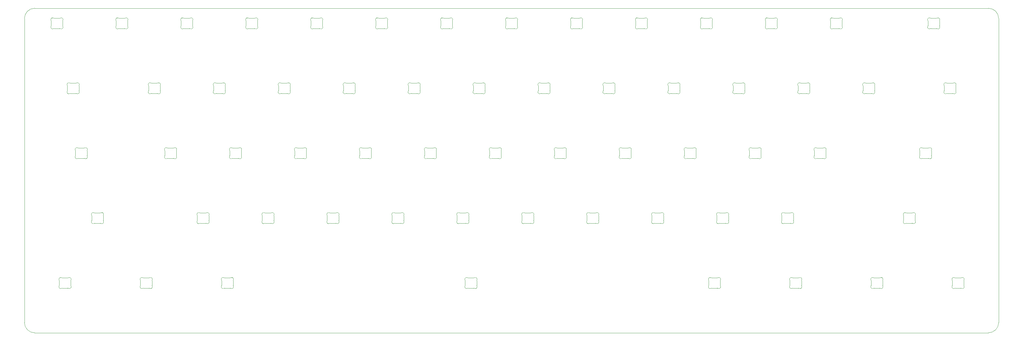
<source format=gbr>
%TF.GenerationSoftware,KiCad,Pcbnew,8.0.3*%
%TF.CreationDate,2024-12-09T14:43:44+08:00*%
%TF.ProjectId,PH60_Rev3,50483630-5f52-4657-9633-2e6b69636164,rev?*%
%TF.SameCoordinates,Original*%
%TF.FileFunction,Profile,NP*%
%FSLAX46Y46*%
G04 Gerber Fmt 4.6, Leading zero omitted, Abs format (unit mm)*
G04 Created by KiCad (PCBNEW 8.0.3) date 2024-12-09 14:43:44*
%MOMM*%
%LPD*%
G01*
G04 APERTURE LIST*
%TA.AperFunction,Profile*%
%ADD10C,0.050000*%
%TD*%
%TA.AperFunction,Profile*%
%ADD11C,0.100000*%
%TD*%
G04 APERTURE END LIST*
D10*
X28575000Y-31575000D02*
G75*
G02*
X31575000Y-28575000I3000000J0D01*
G01*
X31575000Y-123825000D02*
G75*
G02*
X28575000Y-120825000I0J3000000D01*
G01*
X31575000Y-123825000D02*
X311325000Y-123825000D01*
X311325000Y-28575000D02*
X31575000Y-28575000D01*
X314325000Y-120825000D02*
X314325000Y-31575000D01*
X28575000Y-31575000D02*
X28575000Y-120825000D01*
X314325000Y-120825000D02*
G75*
G02*
X311325000Y-123825000I-3000000J0D01*
G01*
X311325000Y-28575000D02*
G75*
G02*
X314325000Y-31575000I0J-3000000D01*
G01*
D11*
%TO.C,RGB20*%
X141175001Y-51367159D02*
X141175001Y-52772843D01*
X142080547Y-53570000D02*
X143669452Y-53570000D01*
X143669452Y-50570001D02*
X142080548Y-50570001D01*
X144574999Y-52772843D02*
X144574999Y-51367159D01*
X141125516Y-51150281D02*
G75*
G02*
X141175012Y-51367159I-451016J-217019D01*
G01*
X141125516Y-51150282D02*
G75*
G02*
X141828290Y-50501699I450514J216882D01*
G01*
X141175001Y-52772844D02*
G75*
G02*
X141125517Y-52989722I-500421J94D01*
G01*
X141828289Y-53638299D02*
G75*
G02*
X141125517Y-52989721I-252259J431699D01*
G01*
X141828289Y-53638299D02*
G75*
G02*
X142080547Y-53570000I252261J-431711D01*
G01*
X142080548Y-50570001D02*
G75*
G02*
X141828289Y-50501702I2J500011D01*
G01*
X143669453Y-53570001D02*
G75*
G02*
X143921711Y-53638300I-3J-500009D01*
G01*
X143921710Y-50501702D02*
G75*
G02*
X143669452Y-50570001I-252261J431710D01*
G01*
X143921711Y-50501704D02*
G75*
G02*
X144624484Y-51150281I252258J-431700D01*
G01*
X144574999Y-51367158D02*
G75*
G02*
X144624484Y-51150281I499990J1D01*
G01*
X144624484Y-52989721D02*
G75*
G02*
X143921711Y-53638300I-450515J-216878D01*
G01*
X144624484Y-52989721D02*
G75*
G02*
X144574999Y-52772843I450505J216876D01*
G01*
%TO.C,RGB58*%
X229281251Y-108517159D02*
X229281251Y-109922843D01*
X230186797Y-110720000D02*
X231775702Y-110720000D01*
X231775702Y-107720001D02*
X230186798Y-107720001D01*
X232681249Y-109922843D02*
X232681249Y-108517159D01*
X229231766Y-108300281D02*
G75*
G02*
X229281262Y-108517159I-451016J-217019D01*
G01*
X229231766Y-108300282D02*
G75*
G02*
X229934540Y-107651699I450514J216882D01*
G01*
X229281251Y-109922844D02*
G75*
G02*
X229231767Y-110139722I-500421J94D01*
G01*
X229934539Y-110788299D02*
G75*
G02*
X229231767Y-110139721I-252259J431699D01*
G01*
X229934539Y-110788299D02*
G75*
G02*
X230186797Y-110720000I252261J-431711D01*
G01*
X230186798Y-107720001D02*
G75*
G02*
X229934539Y-107651702I2J500011D01*
G01*
X231775703Y-110720001D02*
G75*
G02*
X232027961Y-110788300I-3J-500009D01*
G01*
X232027960Y-107651702D02*
G75*
G02*
X231775702Y-107720001I-252261J431710D01*
G01*
X232027961Y-107651704D02*
G75*
G02*
X232730734Y-108300281I252258J-431700D01*
G01*
X232681249Y-108517158D02*
G75*
G02*
X232730734Y-108300281I499990J1D01*
G01*
X232730734Y-110139721D02*
G75*
G02*
X232027961Y-110788300I-450515J-216878D01*
G01*
X232730734Y-110139721D02*
G75*
G02*
X232681249Y-109922843I450505J216876D01*
G01*
%TO.C,RGB14*%
X293575001Y-32317159D02*
X293575001Y-33722843D01*
X294480547Y-34520000D02*
X296069452Y-34520000D01*
X296069452Y-31520001D02*
X294480548Y-31520001D01*
X296974999Y-33722843D02*
X296974999Y-32317159D01*
X293525516Y-32100281D02*
G75*
G02*
X293575012Y-32317159I-451016J-217019D01*
G01*
X293525516Y-32100282D02*
G75*
G02*
X294228290Y-31451699I450514J216882D01*
G01*
X293575001Y-33722844D02*
G75*
G02*
X293525517Y-33939722I-500421J94D01*
G01*
X294228289Y-34588299D02*
G75*
G02*
X293525517Y-33939721I-252259J431699D01*
G01*
X294228289Y-34588299D02*
G75*
G02*
X294480547Y-34520000I252261J-431711D01*
G01*
X294480548Y-31520001D02*
G75*
G02*
X294228289Y-31451702I2J500011D01*
G01*
X296069453Y-34520001D02*
G75*
G02*
X296321711Y-34588300I-3J-500009D01*
G01*
X296321710Y-31451702D02*
G75*
G02*
X296069452Y-31520001I-252261J431710D01*
G01*
X296321711Y-31451704D02*
G75*
G02*
X297024484Y-32100281I252258J-431700D01*
G01*
X296974999Y-32317158D02*
G75*
G02*
X297024484Y-32100281I499990J1D01*
G01*
X297024484Y-33939721D02*
G75*
G02*
X296321711Y-34588300I-450515J-216878D01*
G01*
X297024484Y-33939721D02*
G75*
G02*
X296974999Y-33722843I450505J216876D01*
G01*
%TO.C,RGB55*%
X62593751Y-108517159D02*
X62593751Y-109922843D01*
X63499297Y-110720000D02*
X65088202Y-110720000D01*
X65088202Y-107720001D02*
X63499298Y-107720001D01*
X65993749Y-109922843D02*
X65993749Y-108517159D01*
X62544266Y-108300281D02*
G75*
G02*
X62593762Y-108517159I-451016J-217019D01*
G01*
X62544266Y-108300282D02*
G75*
G02*
X63247040Y-107651699I450514J216882D01*
G01*
X62593751Y-109922844D02*
G75*
G02*
X62544267Y-110139722I-500421J94D01*
G01*
X63247039Y-110788299D02*
G75*
G02*
X62544267Y-110139721I-252259J431699D01*
G01*
X63247039Y-110788299D02*
G75*
G02*
X63499297Y-110720000I252261J-431711D01*
G01*
X63499298Y-107720001D02*
G75*
G02*
X63247039Y-107651702I2J500011D01*
G01*
X65088203Y-110720001D02*
G75*
G02*
X65340461Y-110788300I-3J-500009D01*
G01*
X65340460Y-107651702D02*
G75*
G02*
X65088202Y-107720001I-252261J431710D01*
G01*
X65340461Y-107651704D02*
G75*
G02*
X66043234Y-108300281I252258J-431700D01*
G01*
X65993749Y-108517158D02*
G75*
G02*
X66043234Y-108300281I499990J1D01*
G01*
X66043234Y-110139721D02*
G75*
G02*
X65340461Y-110788300I-450515J-216878D01*
G01*
X66043234Y-110139721D02*
G75*
G02*
X65993749Y-109922843I450505J216876D01*
G01*
%TO.C,RGB42*%
X48306251Y-89467159D02*
X48306251Y-90872843D01*
X49211797Y-91670000D02*
X50800702Y-91670000D01*
X50800702Y-88670001D02*
X49211798Y-88670001D01*
X51706249Y-90872843D02*
X51706249Y-89467159D01*
X48256766Y-89250281D02*
G75*
G02*
X48306262Y-89467159I-451016J-217019D01*
G01*
X48256766Y-89250282D02*
G75*
G02*
X48959540Y-88601699I450514J216882D01*
G01*
X48306251Y-90872844D02*
G75*
G02*
X48256767Y-91089722I-500421J94D01*
G01*
X48959539Y-91738299D02*
G75*
G02*
X48256767Y-91089721I-252259J431699D01*
G01*
X48959539Y-91738299D02*
G75*
G02*
X49211797Y-91670000I252261J-431711D01*
G01*
X49211798Y-88670001D02*
G75*
G02*
X48959539Y-88601702I2J500011D01*
G01*
X50800703Y-91670001D02*
G75*
G02*
X51052961Y-91738300I-3J-500009D01*
G01*
X51052960Y-88601702D02*
G75*
G02*
X50800702Y-88670001I-252261J431710D01*
G01*
X51052961Y-88601704D02*
G75*
G02*
X51755734Y-89250281I252258J-431700D01*
G01*
X51706249Y-89467158D02*
G75*
G02*
X51755734Y-89250281I499990J1D01*
G01*
X51755734Y-91089721D02*
G75*
G02*
X51052961Y-91738300I-450515J-216878D01*
G01*
X51755734Y-91089721D02*
G75*
G02*
X51706249Y-90872843I450505J216876D01*
G01*
%TO.C,RGB57*%
X157843751Y-108517159D02*
X157843751Y-109922843D01*
X158749297Y-110720000D02*
X160338202Y-110720000D01*
X160338202Y-107720001D02*
X158749298Y-107720001D01*
X161243749Y-109922843D02*
X161243749Y-108517159D01*
X157794266Y-108300281D02*
G75*
G02*
X157843762Y-108517159I-451016J-217019D01*
G01*
X157794266Y-108300282D02*
G75*
G02*
X158497040Y-107651699I450514J216882D01*
G01*
X157843751Y-109922844D02*
G75*
G02*
X157794267Y-110139722I-500421J94D01*
G01*
X158497039Y-110788299D02*
G75*
G02*
X157794267Y-110139721I-252259J431699D01*
G01*
X158497039Y-110788299D02*
G75*
G02*
X158749297Y-110720000I252261J-431711D01*
G01*
X158749298Y-107720001D02*
G75*
G02*
X158497039Y-107651702I2J500011D01*
G01*
X160338203Y-110720001D02*
G75*
G02*
X160590461Y-110788300I-3J-500009D01*
G01*
X160590460Y-107651702D02*
G75*
G02*
X160338202Y-107720001I-252261J431710D01*
G01*
X160590461Y-107651704D02*
G75*
G02*
X161293234Y-108300281I252258J-431700D01*
G01*
X161243749Y-108517158D02*
G75*
G02*
X161293234Y-108300281I499990J1D01*
G01*
X161293234Y-110139721D02*
G75*
G02*
X160590461Y-110788300I-450515J-216878D01*
G01*
X161293234Y-110139721D02*
G75*
G02*
X161243749Y-109922843I450505J216876D01*
G01*
%TO.C,RGB38*%
X222137501Y-70417159D02*
X222137501Y-71822843D01*
X223043047Y-72620000D02*
X224631952Y-72620000D01*
X224631952Y-69620001D02*
X223043048Y-69620001D01*
X225537499Y-71822843D02*
X225537499Y-70417159D01*
X222088016Y-70200281D02*
G75*
G02*
X222137512Y-70417159I-451016J-217019D01*
G01*
X222088016Y-70200282D02*
G75*
G02*
X222790790Y-69551699I450514J216882D01*
G01*
X222137501Y-71822844D02*
G75*
G02*
X222088017Y-72039722I-500421J94D01*
G01*
X222790789Y-72688299D02*
G75*
G02*
X222088017Y-72039721I-252259J431699D01*
G01*
X222790789Y-72688299D02*
G75*
G02*
X223043047Y-72620000I252261J-431711D01*
G01*
X223043048Y-69620001D02*
G75*
G02*
X222790789Y-69551702I2J500011D01*
G01*
X224631953Y-72620001D02*
G75*
G02*
X224884211Y-72688300I-3J-500009D01*
G01*
X224884210Y-69551702D02*
G75*
G02*
X224631952Y-69620001I-252261J431710D01*
G01*
X224884211Y-69551704D02*
G75*
G02*
X225586984Y-70200281I252258J-431700D01*
G01*
X225537499Y-70417158D02*
G75*
G02*
X225586984Y-70200281I499990J1D01*
G01*
X225586984Y-72039721D02*
G75*
G02*
X224884211Y-72688300I-450515J-216878D01*
G01*
X225586984Y-72039721D02*
G75*
G02*
X225537499Y-71822843I450505J216876D01*
G01*
%TO.C,RGB37*%
X203087501Y-70417159D02*
X203087501Y-71822843D01*
X203993047Y-72620000D02*
X205581952Y-72620000D01*
X205581952Y-69620001D02*
X203993048Y-69620001D01*
X206487499Y-71822843D02*
X206487499Y-70417159D01*
X203038016Y-70200281D02*
G75*
G02*
X203087512Y-70417159I-451016J-217019D01*
G01*
X203038016Y-70200282D02*
G75*
G02*
X203740790Y-69551699I450514J216882D01*
G01*
X203087501Y-71822844D02*
G75*
G02*
X203038017Y-72039722I-500421J94D01*
G01*
X203740789Y-72688299D02*
G75*
G02*
X203038017Y-72039721I-252259J431699D01*
G01*
X203740789Y-72688299D02*
G75*
G02*
X203993047Y-72620000I252261J-431711D01*
G01*
X203993048Y-69620001D02*
G75*
G02*
X203740789Y-69551702I2J500011D01*
G01*
X205581953Y-72620001D02*
G75*
G02*
X205834211Y-72688300I-3J-500009D01*
G01*
X205834210Y-69551702D02*
G75*
G02*
X205581952Y-69620001I-252261J431710D01*
G01*
X205834211Y-69551704D02*
G75*
G02*
X206536984Y-70200281I252258J-431700D01*
G01*
X206487499Y-70417158D02*
G75*
G02*
X206536984Y-70200281I499990J1D01*
G01*
X206536984Y-72039721D02*
G75*
G02*
X205834211Y-72688300I-450515J-216878D01*
G01*
X206536984Y-72039721D02*
G75*
G02*
X206487499Y-71822843I450505J216876D01*
G01*
%TO.C,RGB52*%
X250712501Y-89467159D02*
X250712501Y-90872843D01*
X251618047Y-91670000D02*
X253206952Y-91670000D01*
X253206952Y-88670001D02*
X251618048Y-88670001D01*
X254112499Y-90872843D02*
X254112499Y-89467159D01*
X250663016Y-89250281D02*
G75*
G02*
X250712512Y-89467159I-451016J-217019D01*
G01*
X250663016Y-89250282D02*
G75*
G02*
X251365790Y-88601699I450514J216882D01*
G01*
X250712501Y-90872844D02*
G75*
G02*
X250663017Y-91089722I-500421J94D01*
G01*
X251365789Y-91738299D02*
G75*
G02*
X250663017Y-91089721I-252259J431699D01*
G01*
X251365789Y-91738299D02*
G75*
G02*
X251618047Y-91670000I252261J-431711D01*
G01*
X251618048Y-88670001D02*
G75*
G02*
X251365789Y-88601702I2J500011D01*
G01*
X253206953Y-91670001D02*
G75*
G02*
X253459211Y-91738300I-3J-500009D01*
G01*
X253459210Y-88601702D02*
G75*
G02*
X253206952Y-88670001I-252261J431710D01*
G01*
X253459211Y-88601704D02*
G75*
G02*
X254161984Y-89250281I252258J-431700D01*
G01*
X254112499Y-89467158D02*
G75*
G02*
X254161984Y-89250281I499990J1D01*
G01*
X254161984Y-91089721D02*
G75*
G02*
X253459211Y-91738300I-450515J-216878D01*
G01*
X254161984Y-91089721D02*
G75*
G02*
X254112499Y-90872843I450505J216876D01*
G01*
%TO.C,RGB3*%
X74500001Y-32317159D02*
X74500001Y-33722843D01*
X75405547Y-34520000D02*
X76994452Y-34520000D01*
X76994452Y-31520001D02*
X75405548Y-31520001D01*
X77899999Y-33722843D02*
X77899999Y-32317159D01*
X74450516Y-32100281D02*
G75*
G02*
X74500012Y-32317159I-451016J-217019D01*
G01*
X74450516Y-32100282D02*
G75*
G02*
X75153290Y-31451699I450514J216882D01*
G01*
X74500001Y-33722844D02*
G75*
G02*
X74450517Y-33939722I-500421J94D01*
G01*
X75153289Y-34588299D02*
G75*
G02*
X74450517Y-33939721I-252259J431699D01*
G01*
X75153289Y-34588299D02*
G75*
G02*
X75405547Y-34520000I252261J-431711D01*
G01*
X75405548Y-31520001D02*
G75*
G02*
X75153289Y-31451702I2J500011D01*
G01*
X76994453Y-34520001D02*
G75*
G02*
X77246711Y-34588300I-3J-500009D01*
G01*
X77246710Y-31451702D02*
G75*
G02*
X76994452Y-31520001I-252261J431710D01*
G01*
X77246711Y-31451704D02*
G75*
G02*
X77949484Y-32100281I252258J-431700D01*
G01*
X77899999Y-32317158D02*
G75*
G02*
X77949484Y-32100281I499990J1D01*
G01*
X77949484Y-33939721D02*
G75*
G02*
X77246711Y-34588300I-450515J-216878D01*
G01*
X77949484Y-33939721D02*
G75*
G02*
X77899999Y-33722843I450505J216876D01*
G01*
%TO.C,RGB60*%
X276906251Y-108517159D02*
X276906251Y-109922843D01*
X277811797Y-110720000D02*
X279400702Y-110720000D01*
X279400702Y-107720001D02*
X277811798Y-107720001D01*
X280306249Y-109922843D02*
X280306249Y-108517159D01*
X276856766Y-108300281D02*
G75*
G02*
X276906262Y-108517159I-451016J-217019D01*
G01*
X276856766Y-108300282D02*
G75*
G02*
X277559540Y-107651699I450514J216882D01*
G01*
X276906251Y-109922844D02*
G75*
G02*
X276856767Y-110139722I-500421J94D01*
G01*
X277559539Y-110788299D02*
G75*
G02*
X276856767Y-110139721I-252259J431699D01*
G01*
X277559539Y-110788299D02*
G75*
G02*
X277811797Y-110720000I252261J-431711D01*
G01*
X277811798Y-107720001D02*
G75*
G02*
X277559539Y-107651702I2J500011D01*
G01*
X279400703Y-110720001D02*
G75*
G02*
X279652961Y-110788300I-3J-500009D01*
G01*
X279652960Y-107651702D02*
G75*
G02*
X279400702Y-107720001I-252261J431710D01*
G01*
X279652961Y-107651704D02*
G75*
G02*
X280355734Y-108300281I252258J-431700D01*
G01*
X280306249Y-108517158D02*
G75*
G02*
X280355734Y-108300281I499990J1D01*
G01*
X280355734Y-110139721D02*
G75*
G02*
X279652961Y-110788300I-450515J-216878D01*
G01*
X280355734Y-110139721D02*
G75*
G02*
X280306249Y-109922843I450505J216876D01*
G01*
%TO.C,RGB5*%
X112600001Y-32317159D02*
X112600001Y-33722843D01*
X113505547Y-34520000D02*
X115094452Y-34520000D01*
X115094452Y-31520001D02*
X113505548Y-31520001D01*
X115999999Y-33722843D02*
X115999999Y-32317159D01*
X112550516Y-32100281D02*
G75*
G02*
X112600012Y-32317159I-451016J-217019D01*
G01*
X112550516Y-32100282D02*
G75*
G02*
X113253290Y-31451699I450514J216882D01*
G01*
X112600001Y-33722844D02*
G75*
G02*
X112550517Y-33939722I-500421J94D01*
G01*
X113253289Y-34588299D02*
G75*
G02*
X112550517Y-33939721I-252259J431699D01*
G01*
X113253289Y-34588299D02*
G75*
G02*
X113505547Y-34520000I252261J-431711D01*
G01*
X113505548Y-31520001D02*
G75*
G02*
X113253289Y-31451702I2J500011D01*
G01*
X115094453Y-34520001D02*
G75*
G02*
X115346711Y-34588300I-3J-500009D01*
G01*
X115346710Y-31451702D02*
G75*
G02*
X115094452Y-31520001I-252261J431710D01*
G01*
X115346711Y-31451704D02*
G75*
G02*
X116049484Y-32100281I252258J-431700D01*
G01*
X115999999Y-32317158D02*
G75*
G02*
X116049484Y-32100281I499990J1D01*
G01*
X116049484Y-33939721D02*
G75*
G02*
X115346711Y-34588300I-450515J-216878D01*
G01*
X116049484Y-33939721D02*
G75*
G02*
X115999999Y-33722843I450505J216876D01*
G01*
%TO.C,RGB16*%
X64975001Y-51367159D02*
X64975001Y-52772843D01*
X65880547Y-53570000D02*
X67469452Y-53570000D01*
X67469452Y-50570001D02*
X65880548Y-50570001D01*
X68374999Y-52772843D02*
X68374999Y-51367159D01*
X64925516Y-51150281D02*
G75*
G02*
X64975012Y-51367159I-451016J-217019D01*
G01*
X64925516Y-51150282D02*
G75*
G02*
X65628290Y-50501699I450514J216882D01*
G01*
X64975001Y-52772844D02*
G75*
G02*
X64925517Y-52989722I-500421J94D01*
G01*
X65628289Y-53638299D02*
G75*
G02*
X64925517Y-52989721I-252259J431699D01*
G01*
X65628289Y-53638299D02*
G75*
G02*
X65880547Y-53570000I252261J-431711D01*
G01*
X65880548Y-50570001D02*
G75*
G02*
X65628289Y-50501702I2J500011D01*
G01*
X67469453Y-53570001D02*
G75*
G02*
X67721711Y-53638300I-3J-500009D01*
G01*
X67721710Y-50501702D02*
G75*
G02*
X67469452Y-50570001I-252261J431710D01*
G01*
X67721711Y-50501704D02*
G75*
G02*
X68424484Y-51150281I252258J-431700D01*
G01*
X68374999Y-51367158D02*
G75*
G02*
X68424484Y-51150281I499990J1D01*
G01*
X68424484Y-52989721D02*
G75*
G02*
X67721711Y-53638300I-450515J-216878D01*
G01*
X68424484Y-52989721D02*
G75*
G02*
X68374999Y-52772843I450505J216876D01*
G01*
%TO.C,RGB24*%
X217375001Y-51367159D02*
X217375001Y-52772843D01*
X218280547Y-53570000D02*
X219869452Y-53570000D01*
X219869452Y-50570001D02*
X218280548Y-50570001D01*
X220774999Y-52772843D02*
X220774999Y-51367159D01*
X217325516Y-51150281D02*
G75*
G02*
X217375012Y-51367159I-451016J-217019D01*
G01*
X217325516Y-51150282D02*
G75*
G02*
X218028290Y-50501699I450514J216882D01*
G01*
X217375001Y-52772844D02*
G75*
G02*
X217325517Y-52989722I-500421J94D01*
G01*
X218028289Y-53638299D02*
G75*
G02*
X217325517Y-52989721I-252259J431699D01*
G01*
X218028289Y-53638299D02*
G75*
G02*
X218280547Y-53570000I252261J-431711D01*
G01*
X218280548Y-50570001D02*
G75*
G02*
X218028289Y-50501702I2J500011D01*
G01*
X219869453Y-53570001D02*
G75*
G02*
X220121711Y-53638300I-3J-500009D01*
G01*
X220121710Y-50501702D02*
G75*
G02*
X219869452Y-50570001I-252261J431710D01*
G01*
X220121711Y-50501704D02*
G75*
G02*
X220824484Y-51150281I252258J-431700D01*
G01*
X220774999Y-51367158D02*
G75*
G02*
X220824484Y-51150281I499990J1D01*
G01*
X220824484Y-52989721D02*
G75*
G02*
X220121711Y-53638300I-450515J-216878D01*
G01*
X220824484Y-52989721D02*
G75*
G02*
X220774999Y-52772843I450505J216876D01*
G01*
%TO.C,RGB18*%
X103075001Y-51367159D02*
X103075001Y-52772843D01*
X103980547Y-53570000D02*
X105569452Y-53570000D01*
X105569452Y-50570001D02*
X103980548Y-50570001D01*
X106474999Y-52772843D02*
X106474999Y-51367159D01*
X103025516Y-51150281D02*
G75*
G02*
X103075012Y-51367159I-451016J-217019D01*
G01*
X103025516Y-51150282D02*
G75*
G02*
X103728290Y-50501699I450514J216882D01*
G01*
X103075001Y-52772844D02*
G75*
G02*
X103025517Y-52989722I-500421J94D01*
G01*
X103728289Y-53638299D02*
G75*
G02*
X103025517Y-52989721I-252259J431699D01*
G01*
X103728289Y-53638299D02*
G75*
G02*
X103980547Y-53570000I252261J-431711D01*
G01*
X103980548Y-50570001D02*
G75*
G02*
X103728289Y-50501702I2J500011D01*
G01*
X105569453Y-53570001D02*
G75*
G02*
X105821711Y-53638300I-3J-500009D01*
G01*
X105821710Y-50501702D02*
G75*
G02*
X105569452Y-50570001I-252261J431710D01*
G01*
X105821711Y-50501704D02*
G75*
G02*
X106524484Y-51150281I252258J-431700D01*
G01*
X106474999Y-51367158D02*
G75*
G02*
X106524484Y-51150281I499990J1D01*
G01*
X106524484Y-52989721D02*
G75*
G02*
X105821711Y-53638300I-450515J-216878D01*
G01*
X106524484Y-52989721D02*
G75*
G02*
X106474999Y-52772843I450505J216876D01*
G01*
%TO.C,RGB27*%
X274525001Y-51367159D02*
X274525001Y-52772843D01*
X275430547Y-53570000D02*
X277019452Y-53570000D01*
X277019452Y-50570001D02*
X275430548Y-50570001D01*
X277924999Y-52772843D02*
X277924999Y-51367159D01*
X274475516Y-51150281D02*
G75*
G02*
X274525012Y-51367159I-451016J-217019D01*
G01*
X274475516Y-51150282D02*
G75*
G02*
X275178290Y-50501699I450514J216882D01*
G01*
X274525001Y-52772844D02*
G75*
G02*
X274475517Y-52989722I-500421J94D01*
G01*
X275178289Y-53638299D02*
G75*
G02*
X274475517Y-52989721I-252259J431699D01*
G01*
X275178289Y-53638299D02*
G75*
G02*
X275430547Y-53570000I252261J-431711D01*
G01*
X275430548Y-50570001D02*
G75*
G02*
X275178289Y-50501702I2J500011D01*
G01*
X277019453Y-53570001D02*
G75*
G02*
X277271711Y-53638300I-3J-500009D01*
G01*
X277271710Y-50501702D02*
G75*
G02*
X277019452Y-50570001I-252261J431710D01*
G01*
X277271711Y-50501704D02*
G75*
G02*
X277974484Y-51150281I252258J-431700D01*
G01*
X277924999Y-51367158D02*
G75*
G02*
X277974484Y-51150281I499990J1D01*
G01*
X277974484Y-52989721D02*
G75*
G02*
X277271711Y-53638300I-450515J-216878D01*
G01*
X277974484Y-52989721D02*
G75*
G02*
X277924999Y-52772843I450505J216876D01*
G01*
%TO.C,RGB34*%
X145937501Y-70417159D02*
X145937501Y-71822843D01*
X146843047Y-72620000D02*
X148431952Y-72620000D01*
X148431952Y-69620001D02*
X146843048Y-69620001D01*
X149337499Y-71822843D02*
X149337499Y-70417159D01*
X145888016Y-70200281D02*
G75*
G02*
X145937512Y-70417159I-451016J-217019D01*
G01*
X145888016Y-70200282D02*
G75*
G02*
X146590790Y-69551699I450514J216882D01*
G01*
X145937501Y-71822844D02*
G75*
G02*
X145888017Y-72039722I-500421J94D01*
G01*
X146590789Y-72688299D02*
G75*
G02*
X145888017Y-72039721I-252259J431699D01*
G01*
X146590789Y-72688299D02*
G75*
G02*
X146843047Y-72620000I252261J-431711D01*
G01*
X146843048Y-69620001D02*
G75*
G02*
X146590789Y-69551702I2J500011D01*
G01*
X148431953Y-72620001D02*
G75*
G02*
X148684211Y-72688300I-3J-500009D01*
G01*
X148684210Y-69551702D02*
G75*
G02*
X148431952Y-69620001I-252261J431710D01*
G01*
X148684211Y-69551704D02*
G75*
G02*
X149386984Y-70200281I252258J-431700D01*
G01*
X149337499Y-70417158D02*
G75*
G02*
X149386984Y-70200281I499990J1D01*
G01*
X149386984Y-72039721D02*
G75*
G02*
X148684211Y-72688300I-450515J-216878D01*
G01*
X149386984Y-72039721D02*
G75*
G02*
X149337499Y-71822843I450505J216876D01*
G01*
%TO.C,RGB47*%
X155462501Y-89467159D02*
X155462501Y-90872843D01*
X156368047Y-91670000D02*
X157956952Y-91670000D01*
X157956952Y-88670001D02*
X156368048Y-88670001D01*
X158862499Y-90872843D02*
X158862499Y-89467159D01*
X155413016Y-89250281D02*
G75*
G02*
X155462512Y-89467159I-451016J-217019D01*
G01*
X155413016Y-89250282D02*
G75*
G02*
X156115790Y-88601699I450514J216882D01*
G01*
X155462501Y-90872844D02*
G75*
G02*
X155413017Y-91089722I-500421J94D01*
G01*
X156115789Y-91738299D02*
G75*
G02*
X155413017Y-91089721I-252259J431699D01*
G01*
X156115789Y-91738299D02*
G75*
G02*
X156368047Y-91670000I252261J-431711D01*
G01*
X156368048Y-88670001D02*
G75*
G02*
X156115789Y-88601702I2J500011D01*
G01*
X157956953Y-91670001D02*
G75*
G02*
X158209211Y-91738300I-3J-500009D01*
G01*
X158209210Y-88601702D02*
G75*
G02*
X157956952Y-88670001I-252261J431710D01*
G01*
X158209211Y-88601704D02*
G75*
G02*
X158911984Y-89250281I252258J-431700D01*
G01*
X158862499Y-89467158D02*
G75*
G02*
X158911984Y-89250281I499990J1D01*
G01*
X158911984Y-91089721D02*
G75*
G02*
X158209211Y-91738300I-450515J-216878D01*
G01*
X158911984Y-91089721D02*
G75*
G02*
X158862499Y-90872843I450505J216876D01*
G01*
%TO.C,RGB29*%
X43543751Y-70417159D02*
X43543751Y-71822843D01*
X44449297Y-72620000D02*
X46038202Y-72620000D01*
X46038202Y-69620001D02*
X44449298Y-69620001D01*
X46943749Y-71822843D02*
X46943749Y-70417159D01*
X43494266Y-70200281D02*
G75*
G02*
X43543762Y-70417159I-451016J-217019D01*
G01*
X43494266Y-70200282D02*
G75*
G02*
X44197040Y-69551699I450514J216882D01*
G01*
X43543751Y-71822844D02*
G75*
G02*
X43494267Y-72039722I-500421J94D01*
G01*
X44197039Y-72688299D02*
G75*
G02*
X43494267Y-72039721I-252259J431699D01*
G01*
X44197039Y-72688299D02*
G75*
G02*
X44449297Y-72620000I252261J-431711D01*
G01*
X44449298Y-69620001D02*
G75*
G02*
X44197039Y-69551702I2J500011D01*
G01*
X46038203Y-72620001D02*
G75*
G02*
X46290461Y-72688300I-3J-500009D01*
G01*
X46290460Y-69551702D02*
G75*
G02*
X46038202Y-69620001I-252261J431710D01*
G01*
X46290461Y-69551704D02*
G75*
G02*
X46993234Y-70200281I252258J-431700D01*
G01*
X46943749Y-70417158D02*
G75*
G02*
X46993234Y-70200281I499990J1D01*
G01*
X46993234Y-72039721D02*
G75*
G02*
X46290461Y-72688300I-450515J-216878D01*
G01*
X46993234Y-72039721D02*
G75*
G02*
X46943749Y-71822843I450505J216876D01*
G01*
%TO.C,RGB7*%
X150700001Y-32317159D02*
X150700001Y-33722843D01*
X151605547Y-34520000D02*
X153194452Y-34520000D01*
X153194452Y-31520001D02*
X151605548Y-31520001D01*
X154099999Y-33722843D02*
X154099999Y-32317159D01*
X150650516Y-32100281D02*
G75*
G02*
X150700012Y-32317159I-451016J-217019D01*
G01*
X150650516Y-32100282D02*
G75*
G02*
X151353290Y-31451699I450514J216882D01*
G01*
X150700001Y-33722844D02*
G75*
G02*
X150650517Y-33939722I-500421J94D01*
G01*
X151353289Y-34588299D02*
G75*
G02*
X150650517Y-33939721I-252259J431699D01*
G01*
X151353289Y-34588299D02*
G75*
G02*
X151605547Y-34520000I252261J-431711D01*
G01*
X151605548Y-31520001D02*
G75*
G02*
X151353289Y-31451702I2J500011D01*
G01*
X153194453Y-34520001D02*
G75*
G02*
X153446711Y-34588300I-3J-500009D01*
G01*
X153446710Y-31451702D02*
G75*
G02*
X153194452Y-31520001I-252261J431710D01*
G01*
X153446711Y-31451704D02*
G75*
G02*
X154149484Y-32100281I252258J-431700D01*
G01*
X154099999Y-32317158D02*
G75*
G02*
X154149484Y-32100281I499990J1D01*
G01*
X154149484Y-33939721D02*
G75*
G02*
X153446711Y-34588300I-450515J-216878D01*
G01*
X154149484Y-33939721D02*
G75*
G02*
X154099999Y-33722843I450505J216876D01*
G01*
%TO.C,RGB48*%
X174512501Y-89467159D02*
X174512501Y-90872843D01*
X175418047Y-91670000D02*
X177006952Y-91670000D01*
X177006952Y-88670001D02*
X175418048Y-88670001D01*
X177912499Y-90872843D02*
X177912499Y-89467159D01*
X174463016Y-89250281D02*
G75*
G02*
X174512512Y-89467159I-451016J-217019D01*
G01*
X174463016Y-89250282D02*
G75*
G02*
X175165790Y-88601699I450514J216882D01*
G01*
X174512501Y-90872844D02*
G75*
G02*
X174463017Y-91089722I-500421J94D01*
G01*
X175165789Y-91738299D02*
G75*
G02*
X174463017Y-91089721I-252259J431699D01*
G01*
X175165789Y-91738299D02*
G75*
G02*
X175418047Y-91670000I252261J-431711D01*
G01*
X175418048Y-88670001D02*
G75*
G02*
X175165789Y-88601702I2J500011D01*
G01*
X177006953Y-91670001D02*
G75*
G02*
X177259211Y-91738300I-3J-500009D01*
G01*
X177259210Y-88601702D02*
G75*
G02*
X177006952Y-88670001I-252261J431710D01*
G01*
X177259211Y-88601704D02*
G75*
G02*
X177961984Y-89250281I252258J-431700D01*
G01*
X177912499Y-89467158D02*
G75*
G02*
X177961984Y-89250281I499990J1D01*
G01*
X177961984Y-91089721D02*
G75*
G02*
X177259211Y-91738300I-450515J-216878D01*
G01*
X177961984Y-91089721D02*
G75*
G02*
X177912499Y-90872843I450505J216876D01*
G01*
%TO.C,RGB4*%
X93550001Y-32317159D02*
X93550001Y-33722843D01*
X94455547Y-34520000D02*
X96044452Y-34520000D01*
X96044452Y-31520001D02*
X94455548Y-31520001D01*
X96949999Y-33722843D02*
X96949999Y-32317159D01*
X93500516Y-32100281D02*
G75*
G02*
X93550012Y-32317159I-451016J-217019D01*
G01*
X93500516Y-32100282D02*
G75*
G02*
X94203290Y-31451699I450514J216882D01*
G01*
X93550001Y-33722844D02*
G75*
G02*
X93500517Y-33939722I-500421J94D01*
G01*
X94203289Y-34588299D02*
G75*
G02*
X93500517Y-33939721I-252259J431699D01*
G01*
X94203289Y-34588299D02*
G75*
G02*
X94455547Y-34520000I252261J-431711D01*
G01*
X94455548Y-31520001D02*
G75*
G02*
X94203289Y-31451702I2J500011D01*
G01*
X96044453Y-34520001D02*
G75*
G02*
X96296711Y-34588300I-3J-500009D01*
G01*
X96296710Y-31451702D02*
G75*
G02*
X96044452Y-31520001I-252261J431710D01*
G01*
X96296711Y-31451704D02*
G75*
G02*
X96999484Y-32100281I252258J-431700D01*
G01*
X96949999Y-32317158D02*
G75*
G02*
X96999484Y-32100281I499990J1D01*
G01*
X96999484Y-33939721D02*
G75*
G02*
X96296711Y-34588300I-450515J-216878D01*
G01*
X96999484Y-33939721D02*
G75*
G02*
X96949999Y-33722843I450505J216876D01*
G01*
%TO.C,RGB17*%
X84025001Y-51367159D02*
X84025001Y-52772843D01*
X84930547Y-53570000D02*
X86519452Y-53570000D01*
X86519452Y-50570001D02*
X84930548Y-50570001D01*
X87424999Y-52772843D02*
X87424999Y-51367159D01*
X83975516Y-51150281D02*
G75*
G02*
X84025012Y-51367159I-451016J-217019D01*
G01*
X83975516Y-51150282D02*
G75*
G02*
X84678290Y-50501699I450514J216882D01*
G01*
X84025001Y-52772844D02*
G75*
G02*
X83975517Y-52989722I-500421J94D01*
G01*
X84678289Y-53638299D02*
G75*
G02*
X83975517Y-52989721I-252259J431699D01*
G01*
X84678289Y-53638299D02*
G75*
G02*
X84930547Y-53570000I252261J-431711D01*
G01*
X84930548Y-50570001D02*
G75*
G02*
X84678289Y-50501702I2J500011D01*
G01*
X86519453Y-53570001D02*
G75*
G02*
X86771711Y-53638300I-3J-500009D01*
G01*
X86771710Y-50501702D02*
G75*
G02*
X86519452Y-50570001I-252261J431710D01*
G01*
X86771711Y-50501704D02*
G75*
G02*
X87474484Y-51150281I252258J-431700D01*
G01*
X87424999Y-51367158D02*
G75*
G02*
X87474484Y-51150281I499990J1D01*
G01*
X87474484Y-52989721D02*
G75*
G02*
X86771711Y-53638300I-450515J-216878D01*
G01*
X87474484Y-52989721D02*
G75*
G02*
X87424999Y-52772843I450505J216876D01*
G01*
%TO.C,RGB61*%
X300718751Y-108517159D02*
X300718751Y-109922843D01*
X301624297Y-110720000D02*
X303213202Y-110720000D01*
X303213202Y-107720001D02*
X301624298Y-107720001D01*
X304118749Y-109922843D02*
X304118749Y-108517159D01*
X300669266Y-108300281D02*
G75*
G02*
X300718762Y-108517159I-451016J-217019D01*
G01*
X300669266Y-108300282D02*
G75*
G02*
X301372040Y-107651699I450514J216882D01*
G01*
X300718751Y-109922844D02*
G75*
G02*
X300669267Y-110139722I-500421J94D01*
G01*
X301372039Y-110788299D02*
G75*
G02*
X300669267Y-110139721I-252259J431699D01*
G01*
X301372039Y-110788299D02*
G75*
G02*
X301624297Y-110720000I252261J-431711D01*
G01*
X301624298Y-107720001D02*
G75*
G02*
X301372039Y-107651702I2J500011D01*
G01*
X303213203Y-110720001D02*
G75*
G02*
X303465461Y-110788300I-3J-500009D01*
G01*
X303465460Y-107651702D02*
G75*
G02*
X303213202Y-107720001I-252261J431710D01*
G01*
X303465461Y-107651704D02*
G75*
G02*
X304168234Y-108300281I252258J-431700D01*
G01*
X304118749Y-108517158D02*
G75*
G02*
X304168234Y-108300281I499990J1D01*
G01*
X304168234Y-110139721D02*
G75*
G02*
X303465461Y-110788300I-450515J-216878D01*
G01*
X304168234Y-110139721D02*
G75*
G02*
X304118749Y-109922843I450505J216876D01*
G01*
%TO.C,RGB9*%
X188800001Y-32317159D02*
X188800001Y-33722843D01*
X189705547Y-34520000D02*
X191294452Y-34520000D01*
X191294452Y-31520001D02*
X189705548Y-31520001D01*
X192199999Y-33722843D02*
X192199999Y-32317159D01*
X188750516Y-32100281D02*
G75*
G02*
X188800012Y-32317159I-451016J-217019D01*
G01*
X188750516Y-32100282D02*
G75*
G02*
X189453290Y-31451699I450514J216882D01*
G01*
X188800001Y-33722844D02*
G75*
G02*
X188750517Y-33939722I-500421J94D01*
G01*
X189453289Y-34588299D02*
G75*
G02*
X188750517Y-33939721I-252259J431699D01*
G01*
X189453289Y-34588299D02*
G75*
G02*
X189705547Y-34520000I252261J-431711D01*
G01*
X189705548Y-31520001D02*
G75*
G02*
X189453289Y-31451702I2J500011D01*
G01*
X191294453Y-34520001D02*
G75*
G02*
X191546711Y-34588300I-3J-500009D01*
G01*
X191546710Y-31451702D02*
G75*
G02*
X191294452Y-31520001I-252261J431710D01*
G01*
X191546711Y-31451704D02*
G75*
G02*
X192249484Y-32100281I252258J-431700D01*
G01*
X192199999Y-32317158D02*
G75*
G02*
X192249484Y-32100281I499990J1D01*
G01*
X192249484Y-33939721D02*
G75*
G02*
X191546711Y-34588300I-450515J-216878D01*
G01*
X192249484Y-33939721D02*
G75*
G02*
X192199999Y-33722843I450505J216876D01*
G01*
%TO.C,RGB59*%
X253093751Y-108517159D02*
X253093751Y-109922843D01*
X253999297Y-110720000D02*
X255588202Y-110720000D01*
X255588202Y-107720001D02*
X253999298Y-107720001D01*
X256493749Y-109922843D02*
X256493749Y-108517159D01*
X253044266Y-108300281D02*
G75*
G02*
X253093762Y-108517159I-451016J-217019D01*
G01*
X253044266Y-108300282D02*
G75*
G02*
X253747040Y-107651699I450514J216882D01*
G01*
X253093751Y-109922844D02*
G75*
G02*
X253044267Y-110139722I-500421J94D01*
G01*
X253747039Y-110788299D02*
G75*
G02*
X253044267Y-110139721I-252259J431699D01*
G01*
X253747039Y-110788299D02*
G75*
G02*
X253999297Y-110720000I252261J-431711D01*
G01*
X253999298Y-107720001D02*
G75*
G02*
X253747039Y-107651702I2J500011D01*
G01*
X255588203Y-110720001D02*
G75*
G02*
X255840461Y-110788300I-3J-500009D01*
G01*
X255840460Y-107651702D02*
G75*
G02*
X255588202Y-107720001I-252261J431710D01*
G01*
X255840461Y-107651704D02*
G75*
G02*
X256543234Y-108300281I252258J-431700D01*
G01*
X256493749Y-108517158D02*
G75*
G02*
X256543234Y-108300281I499990J1D01*
G01*
X256543234Y-110139721D02*
G75*
G02*
X255840461Y-110788300I-450515J-216878D01*
G01*
X256543234Y-110139721D02*
G75*
G02*
X256493749Y-109922843I450505J216876D01*
G01*
%TO.C,RGB35*%
X164987501Y-70417159D02*
X164987501Y-71822843D01*
X165893047Y-72620000D02*
X167481952Y-72620000D01*
X167481952Y-69620001D02*
X165893048Y-69620001D01*
X168387499Y-71822843D02*
X168387499Y-70417159D01*
X164938016Y-70200281D02*
G75*
G02*
X164987512Y-70417159I-451016J-217019D01*
G01*
X164938016Y-70200282D02*
G75*
G02*
X165640790Y-69551699I450514J216882D01*
G01*
X164987501Y-71822844D02*
G75*
G02*
X164938017Y-72039722I-500421J94D01*
G01*
X165640789Y-72688299D02*
G75*
G02*
X164938017Y-72039721I-252259J431699D01*
G01*
X165640789Y-72688299D02*
G75*
G02*
X165893047Y-72620000I252261J-431711D01*
G01*
X165893048Y-69620001D02*
G75*
G02*
X165640789Y-69551702I2J500011D01*
G01*
X167481953Y-72620001D02*
G75*
G02*
X167734211Y-72688300I-3J-500009D01*
G01*
X167734210Y-69551702D02*
G75*
G02*
X167481952Y-69620001I-252261J431710D01*
G01*
X167734211Y-69551704D02*
G75*
G02*
X168436984Y-70200281I252258J-431700D01*
G01*
X168387499Y-70417158D02*
G75*
G02*
X168436984Y-70200281I499990J1D01*
G01*
X168436984Y-72039721D02*
G75*
G02*
X167734211Y-72688300I-450515J-216878D01*
G01*
X168436984Y-72039721D02*
G75*
G02*
X168387499Y-71822843I450505J216876D01*
G01*
%TO.C,RGB46*%
X136412501Y-89467159D02*
X136412501Y-90872843D01*
X137318047Y-91670000D02*
X138906952Y-91670000D01*
X138906952Y-88670001D02*
X137318048Y-88670001D01*
X139812499Y-90872843D02*
X139812499Y-89467159D01*
X136363016Y-89250281D02*
G75*
G02*
X136412512Y-89467159I-451016J-217019D01*
G01*
X136363016Y-89250282D02*
G75*
G02*
X137065790Y-88601699I450514J216882D01*
G01*
X136412501Y-90872844D02*
G75*
G02*
X136363017Y-91089722I-500421J94D01*
G01*
X137065789Y-91738299D02*
G75*
G02*
X136363017Y-91089721I-252259J431699D01*
G01*
X137065789Y-91738299D02*
G75*
G02*
X137318047Y-91670000I252261J-431711D01*
G01*
X137318048Y-88670001D02*
G75*
G02*
X137065789Y-88601702I2J500011D01*
G01*
X138906953Y-91670001D02*
G75*
G02*
X139159211Y-91738300I-3J-500009D01*
G01*
X139159210Y-88601702D02*
G75*
G02*
X138906952Y-88670001I-252261J431710D01*
G01*
X139159211Y-88601704D02*
G75*
G02*
X139861984Y-89250281I252258J-431700D01*
G01*
X139812499Y-89467158D02*
G75*
G02*
X139861984Y-89250281I499990J1D01*
G01*
X139861984Y-91089721D02*
G75*
G02*
X139159211Y-91738300I-450515J-216878D01*
G01*
X139861984Y-91089721D02*
G75*
G02*
X139812499Y-90872843I450505J216876D01*
G01*
%TO.C,RGB44*%
X98312501Y-89467159D02*
X98312501Y-90872843D01*
X99218047Y-91670000D02*
X100806952Y-91670000D01*
X100806952Y-88670001D02*
X99218048Y-88670001D01*
X101712499Y-90872843D02*
X101712499Y-89467159D01*
X98263016Y-89250281D02*
G75*
G02*
X98312512Y-89467159I-451016J-217019D01*
G01*
X98263016Y-89250282D02*
G75*
G02*
X98965790Y-88601699I450514J216882D01*
G01*
X98312501Y-90872844D02*
G75*
G02*
X98263017Y-91089722I-500421J94D01*
G01*
X98965789Y-91738299D02*
G75*
G02*
X98263017Y-91089721I-252259J431699D01*
G01*
X98965789Y-91738299D02*
G75*
G02*
X99218047Y-91670000I252261J-431711D01*
G01*
X99218048Y-88670001D02*
G75*
G02*
X98965789Y-88601702I2J500011D01*
G01*
X100806953Y-91670001D02*
G75*
G02*
X101059211Y-91738300I-3J-500009D01*
G01*
X101059210Y-88601702D02*
G75*
G02*
X100806952Y-88670001I-252261J431710D01*
G01*
X101059211Y-88601704D02*
G75*
G02*
X101761984Y-89250281I252258J-431700D01*
G01*
X101712499Y-89467158D02*
G75*
G02*
X101761984Y-89250281I499990J1D01*
G01*
X101761984Y-91089721D02*
G75*
G02*
X101059211Y-91738300I-450515J-216878D01*
G01*
X101761984Y-91089721D02*
G75*
G02*
X101712499Y-90872843I450505J216876D01*
G01*
%TO.C,RGB23*%
X198325001Y-51367159D02*
X198325001Y-52772843D01*
X199230547Y-53570000D02*
X200819452Y-53570000D01*
X200819452Y-50570001D02*
X199230548Y-50570001D01*
X201724999Y-52772843D02*
X201724999Y-51367159D01*
X198275516Y-51150281D02*
G75*
G02*
X198325012Y-51367159I-451016J-217019D01*
G01*
X198275516Y-51150282D02*
G75*
G02*
X198978290Y-50501699I450514J216882D01*
G01*
X198325001Y-52772844D02*
G75*
G02*
X198275517Y-52989722I-500421J94D01*
G01*
X198978289Y-53638299D02*
G75*
G02*
X198275517Y-52989721I-252259J431699D01*
G01*
X198978289Y-53638299D02*
G75*
G02*
X199230547Y-53570000I252261J-431711D01*
G01*
X199230548Y-50570001D02*
G75*
G02*
X198978289Y-50501702I2J500011D01*
G01*
X200819453Y-53570001D02*
G75*
G02*
X201071711Y-53638300I-3J-500009D01*
G01*
X201071710Y-50501702D02*
G75*
G02*
X200819452Y-50570001I-252261J431710D01*
G01*
X201071711Y-50501704D02*
G75*
G02*
X201774484Y-51150281I252258J-431700D01*
G01*
X201724999Y-51367158D02*
G75*
G02*
X201774484Y-51150281I499990J1D01*
G01*
X201774484Y-52989721D02*
G75*
G02*
X201071711Y-53638300I-450515J-216878D01*
G01*
X201774484Y-52989721D02*
G75*
G02*
X201724999Y-52772843I450505J216876D01*
G01*
%TO.C,RGB50*%
X212612501Y-89467159D02*
X212612501Y-90872843D01*
X213518047Y-91670000D02*
X215106952Y-91670000D01*
X215106952Y-88670001D02*
X213518048Y-88670001D01*
X216012499Y-90872843D02*
X216012499Y-89467159D01*
X212563016Y-89250281D02*
G75*
G02*
X212612512Y-89467159I-451016J-217019D01*
G01*
X212563016Y-89250282D02*
G75*
G02*
X213265790Y-88601699I450514J216882D01*
G01*
X212612501Y-90872844D02*
G75*
G02*
X212563017Y-91089722I-500421J94D01*
G01*
X213265789Y-91738299D02*
G75*
G02*
X212563017Y-91089721I-252259J431699D01*
G01*
X213265789Y-91738299D02*
G75*
G02*
X213518047Y-91670000I252261J-431711D01*
G01*
X213518048Y-88670001D02*
G75*
G02*
X213265789Y-88601702I2J500011D01*
G01*
X215106953Y-91670001D02*
G75*
G02*
X215359211Y-91738300I-3J-500009D01*
G01*
X215359210Y-88601702D02*
G75*
G02*
X215106952Y-88670001I-252261J431710D01*
G01*
X215359211Y-88601704D02*
G75*
G02*
X216061984Y-89250281I252258J-431700D01*
G01*
X216012499Y-89467158D02*
G75*
G02*
X216061984Y-89250281I499990J1D01*
G01*
X216061984Y-91089721D02*
G75*
G02*
X215359211Y-91738300I-450515J-216878D01*
G01*
X216061984Y-91089721D02*
G75*
G02*
X216012499Y-90872843I450505J216876D01*
G01*
%TO.C,RGB33*%
X126887501Y-70417159D02*
X126887501Y-71822843D01*
X127793047Y-72620000D02*
X129381952Y-72620000D01*
X129381952Y-69620001D02*
X127793048Y-69620001D01*
X130287499Y-71822843D02*
X130287499Y-70417159D01*
X126838016Y-70200281D02*
G75*
G02*
X126887512Y-70417159I-451016J-217019D01*
G01*
X126838016Y-70200282D02*
G75*
G02*
X127540790Y-69551699I450514J216882D01*
G01*
X126887501Y-71822844D02*
G75*
G02*
X126838017Y-72039722I-500421J94D01*
G01*
X127540789Y-72688299D02*
G75*
G02*
X126838017Y-72039721I-252259J431699D01*
G01*
X127540789Y-72688299D02*
G75*
G02*
X127793047Y-72620000I252261J-431711D01*
G01*
X127793048Y-69620001D02*
G75*
G02*
X127540789Y-69551702I2J500011D01*
G01*
X129381953Y-72620001D02*
G75*
G02*
X129634211Y-72688300I-3J-500009D01*
G01*
X129634210Y-69551702D02*
G75*
G02*
X129381952Y-69620001I-252261J431710D01*
G01*
X129634211Y-69551704D02*
G75*
G02*
X130336984Y-70200281I252258J-431700D01*
G01*
X130287499Y-70417158D02*
G75*
G02*
X130336984Y-70200281I499990J1D01*
G01*
X130336984Y-72039721D02*
G75*
G02*
X129634211Y-72688300I-450515J-216878D01*
G01*
X130336984Y-72039721D02*
G75*
G02*
X130287499Y-71822843I450505J216876D01*
G01*
%TO.C,RGB26*%
X255475001Y-51367159D02*
X255475001Y-52772843D01*
X256380547Y-53570000D02*
X257969452Y-53570000D01*
X257969452Y-50570001D02*
X256380548Y-50570001D01*
X258874999Y-52772843D02*
X258874999Y-51367159D01*
X255425516Y-51150281D02*
G75*
G02*
X255475012Y-51367159I-451016J-217019D01*
G01*
X255425516Y-51150282D02*
G75*
G02*
X256128290Y-50501699I450514J216882D01*
G01*
X255475001Y-52772844D02*
G75*
G02*
X255425517Y-52989722I-500421J94D01*
G01*
X256128289Y-53638299D02*
G75*
G02*
X255425517Y-52989721I-252259J431699D01*
G01*
X256128289Y-53638299D02*
G75*
G02*
X256380547Y-53570000I252261J-431711D01*
G01*
X256380548Y-50570001D02*
G75*
G02*
X256128289Y-50501702I2J500011D01*
G01*
X257969453Y-53570001D02*
G75*
G02*
X258221711Y-53638300I-3J-500009D01*
G01*
X258221710Y-50501702D02*
G75*
G02*
X257969452Y-50570001I-252261J431710D01*
G01*
X258221711Y-50501704D02*
G75*
G02*
X258924484Y-51150281I252258J-431700D01*
G01*
X258874999Y-51367158D02*
G75*
G02*
X258924484Y-51150281I499990J1D01*
G01*
X258924484Y-52989721D02*
G75*
G02*
X258221711Y-53638300I-450515J-216878D01*
G01*
X258924484Y-52989721D02*
G75*
G02*
X258874999Y-52772843I450505J216876D01*
G01*
%TO.C,RGB49*%
X193562501Y-89467159D02*
X193562501Y-90872843D01*
X194468047Y-91670000D02*
X196056952Y-91670000D01*
X196056952Y-88670001D02*
X194468048Y-88670001D01*
X196962499Y-90872843D02*
X196962499Y-89467159D01*
X193513016Y-89250281D02*
G75*
G02*
X193562512Y-89467159I-451016J-217019D01*
G01*
X193513016Y-89250282D02*
G75*
G02*
X194215790Y-88601699I450514J216882D01*
G01*
X193562501Y-90872844D02*
G75*
G02*
X193513017Y-91089722I-500421J94D01*
G01*
X194215789Y-91738299D02*
G75*
G02*
X193513017Y-91089721I-252259J431699D01*
G01*
X194215789Y-91738299D02*
G75*
G02*
X194468047Y-91670000I252261J-431711D01*
G01*
X194468048Y-88670001D02*
G75*
G02*
X194215789Y-88601702I2J500011D01*
G01*
X196056953Y-91670001D02*
G75*
G02*
X196309211Y-91738300I-3J-500009D01*
G01*
X196309210Y-88601702D02*
G75*
G02*
X196056952Y-88670001I-252261J431710D01*
G01*
X196309211Y-88601704D02*
G75*
G02*
X197011984Y-89250281I252258J-431700D01*
G01*
X196962499Y-89467158D02*
G75*
G02*
X197011984Y-89250281I499990J1D01*
G01*
X197011984Y-91089721D02*
G75*
G02*
X196309211Y-91738300I-450515J-216878D01*
G01*
X197011984Y-91089721D02*
G75*
G02*
X196962499Y-90872843I450505J216876D01*
G01*
%TO.C,RGB28*%
X298337501Y-51367159D02*
X298337501Y-52772843D01*
X299243047Y-53570000D02*
X300831952Y-53570000D01*
X300831952Y-50570001D02*
X299243048Y-50570001D01*
X301737499Y-52772843D02*
X301737499Y-51367159D01*
X298288016Y-51150281D02*
G75*
G02*
X298337512Y-51367159I-451016J-217019D01*
G01*
X298288016Y-51150282D02*
G75*
G02*
X298990790Y-50501699I450514J216882D01*
G01*
X298337501Y-52772844D02*
G75*
G02*
X298288017Y-52989722I-500421J94D01*
G01*
X298990789Y-53638299D02*
G75*
G02*
X298288017Y-52989721I-252259J431699D01*
G01*
X298990789Y-53638299D02*
G75*
G02*
X299243047Y-53570000I252261J-431711D01*
G01*
X299243048Y-50570001D02*
G75*
G02*
X298990789Y-50501702I2J500011D01*
G01*
X300831953Y-53570001D02*
G75*
G02*
X301084211Y-53638300I-3J-500009D01*
G01*
X301084210Y-50501702D02*
G75*
G02*
X300831952Y-50570001I-252261J431710D01*
G01*
X301084211Y-50501704D02*
G75*
G02*
X301786984Y-51150281I252258J-431700D01*
G01*
X301737499Y-51367158D02*
G75*
G02*
X301786984Y-51150281I499990J1D01*
G01*
X301786984Y-52989721D02*
G75*
G02*
X301084211Y-53638300I-450515J-216878D01*
G01*
X301786984Y-52989721D02*
G75*
G02*
X301737499Y-52772843I450505J216876D01*
G01*
%TO.C,RGB13*%
X265000001Y-32317159D02*
X265000001Y-33722843D01*
X265905547Y-34520000D02*
X267494452Y-34520000D01*
X267494452Y-31520001D02*
X265905548Y-31520001D01*
X268399999Y-33722843D02*
X268399999Y-32317159D01*
X264950516Y-32100281D02*
G75*
G02*
X265000012Y-32317159I-451016J-217019D01*
G01*
X264950516Y-32100282D02*
G75*
G02*
X265653290Y-31451699I450514J216882D01*
G01*
X265000001Y-33722844D02*
G75*
G02*
X264950517Y-33939722I-500421J94D01*
G01*
X265653289Y-34588299D02*
G75*
G02*
X264950517Y-33939721I-252259J431699D01*
G01*
X265653289Y-34588299D02*
G75*
G02*
X265905547Y-34520000I252261J-431711D01*
G01*
X265905548Y-31520001D02*
G75*
G02*
X265653289Y-31451702I2J500011D01*
G01*
X267494453Y-34520001D02*
G75*
G02*
X267746711Y-34588300I-3J-500009D01*
G01*
X267746710Y-31451702D02*
G75*
G02*
X267494452Y-31520001I-252261J431710D01*
G01*
X267746711Y-31451704D02*
G75*
G02*
X268449484Y-32100281I252258J-431700D01*
G01*
X268399999Y-32317158D02*
G75*
G02*
X268449484Y-32100281I499990J1D01*
G01*
X268449484Y-33939721D02*
G75*
G02*
X267746711Y-34588300I-450515J-216878D01*
G01*
X268449484Y-33939721D02*
G75*
G02*
X268399999Y-33722843I450505J216876D01*
G01*
%TO.C,RGB12*%
X245950001Y-32317159D02*
X245950001Y-33722843D01*
X246855547Y-34520000D02*
X248444452Y-34520000D01*
X248444452Y-31520001D02*
X246855548Y-31520001D01*
X249349999Y-33722843D02*
X249349999Y-32317159D01*
X245900516Y-32100281D02*
G75*
G02*
X245950012Y-32317159I-451016J-217019D01*
G01*
X245900516Y-32100282D02*
G75*
G02*
X246603290Y-31451699I450514J216882D01*
G01*
X245950001Y-33722844D02*
G75*
G02*
X245900517Y-33939722I-500421J94D01*
G01*
X246603289Y-34588299D02*
G75*
G02*
X245900517Y-33939721I-252259J431699D01*
G01*
X246603289Y-34588299D02*
G75*
G02*
X246855547Y-34520000I252261J-431711D01*
G01*
X246855548Y-31520001D02*
G75*
G02*
X246603289Y-31451702I2J500011D01*
G01*
X248444453Y-34520001D02*
G75*
G02*
X248696711Y-34588300I-3J-500009D01*
G01*
X248696710Y-31451702D02*
G75*
G02*
X248444452Y-31520001I-252261J431710D01*
G01*
X248696711Y-31451704D02*
G75*
G02*
X249399484Y-32100281I252258J-431700D01*
G01*
X249349999Y-32317158D02*
G75*
G02*
X249399484Y-32100281I499990J1D01*
G01*
X249399484Y-33939721D02*
G75*
G02*
X248696711Y-34588300I-450515J-216878D01*
G01*
X249399484Y-33939721D02*
G75*
G02*
X249349999Y-33722843I450505J216876D01*
G01*
%TO.C,RGB54*%
X38781251Y-108517159D02*
X38781251Y-109922843D01*
X39686797Y-110720000D02*
X41275702Y-110720000D01*
X41275702Y-107720001D02*
X39686798Y-107720001D01*
X42181249Y-109922843D02*
X42181249Y-108517159D01*
X38731766Y-108300281D02*
G75*
G02*
X38781262Y-108517159I-451016J-217019D01*
G01*
X38731766Y-108300282D02*
G75*
G02*
X39434540Y-107651699I450514J216882D01*
G01*
X38781251Y-109922844D02*
G75*
G02*
X38731767Y-110139722I-500421J94D01*
G01*
X39434539Y-110788299D02*
G75*
G02*
X38731767Y-110139721I-252259J431699D01*
G01*
X39434539Y-110788299D02*
G75*
G02*
X39686797Y-110720000I252261J-431711D01*
G01*
X39686798Y-107720001D02*
G75*
G02*
X39434539Y-107651702I2J500011D01*
G01*
X41275703Y-110720001D02*
G75*
G02*
X41527961Y-110788300I-3J-500009D01*
G01*
X41527960Y-107651702D02*
G75*
G02*
X41275702Y-107720001I-252261J431710D01*
G01*
X41527961Y-107651704D02*
G75*
G02*
X42230734Y-108300281I252258J-431700D01*
G01*
X42181249Y-108517158D02*
G75*
G02*
X42230734Y-108300281I499990J1D01*
G01*
X42230734Y-110139721D02*
G75*
G02*
X41527961Y-110788300I-450515J-216878D01*
G01*
X42230734Y-110139721D02*
G75*
G02*
X42181249Y-109922843I450505J216876D01*
G01*
%TO.C,RGB41*%
X291193751Y-70417159D02*
X291193751Y-71822843D01*
X292099297Y-72620000D02*
X293688202Y-72620000D01*
X293688202Y-69620001D02*
X292099298Y-69620001D01*
X294593749Y-71822843D02*
X294593749Y-70417159D01*
X291144266Y-70200281D02*
G75*
G02*
X291193762Y-70417159I-451016J-217019D01*
G01*
X291144266Y-70200282D02*
G75*
G02*
X291847040Y-69551699I450514J216882D01*
G01*
X291193751Y-71822844D02*
G75*
G02*
X291144267Y-72039722I-500421J94D01*
G01*
X291847039Y-72688299D02*
G75*
G02*
X291144267Y-72039721I-252259J431699D01*
G01*
X291847039Y-72688299D02*
G75*
G02*
X292099297Y-72620000I252261J-431711D01*
G01*
X292099298Y-69620001D02*
G75*
G02*
X291847039Y-69551702I2J500011D01*
G01*
X293688203Y-72620001D02*
G75*
G02*
X293940461Y-72688300I-3J-500009D01*
G01*
X293940460Y-69551702D02*
G75*
G02*
X293688202Y-69620001I-252261J431710D01*
G01*
X293940461Y-69551704D02*
G75*
G02*
X294643234Y-70200281I252258J-431700D01*
G01*
X294593749Y-70417158D02*
G75*
G02*
X294643234Y-70200281I499990J1D01*
G01*
X294643234Y-72039721D02*
G75*
G02*
X293940461Y-72688300I-450515J-216878D01*
G01*
X294643234Y-72039721D02*
G75*
G02*
X294593749Y-71822843I450505J216876D01*
G01*
%TO.C,RGB2*%
X55450001Y-32317159D02*
X55450001Y-33722843D01*
X56355547Y-34520000D02*
X57944452Y-34520000D01*
X57944452Y-31520001D02*
X56355548Y-31520001D01*
X58849999Y-33722843D02*
X58849999Y-32317159D01*
X55400516Y-32100281D02*
G75*
G02*
X55450012Y-32317159I-451016J-217019D01*
G01*
X55400516Y-32100282D02*
G75*
G02*
X56103290Y-31451699I450514J216882D01*
G01*
X55450001Y-33722844D02*
G75*
G02*
X55400517Y-33939722I-500421J94D01*
G01*
X56103289Y-34588299D02*
G75*
G02*
X55400517Y-33939721I-252259J431699D01*
G01*
X56103289Y-34588299D02*
G75*
G02*
X56355547Y-34520000I252261J-431711D01*
G01*
X56355548Y-31520001D02*
G75*
G02*
X56103289Y-31451702I2J500011D01*
G01*
X57944453Y-34520001D02*
G75*
G02*
X58196711Y-34588300I-3J-500009D01*
G01*
X58196710Y-31451702D02*
G75*
G02*
X57944452Y-31520001I-252261J431710D01*
G01*
X58196711Y-31451704D02*
G75*
G02*
X58899484Y-32100281I252258J-431700D01*
G01*
X58849999Y-32317158D02*
G75*
G02*
X58899484Y-32100281I499990J1D01*
G01*
X58899484Y-33939721D02*
G75*
G02*
X58196711Y-34588300I-450515J-216878D01*
G01*
X58899484Y-33939721D02*
G75*
G02*
X58849999Y-33722843I450505J216876D01*
G01*
%TO.C,RGB1*%
X36400001Y-32317159D02*
X36400001Y-33722843D01*
X37305547Y-34520000D02*
X38894452Y-34520000D01*
X38894452Y-31520001D02*
X37305548Y-31520001D01*
X39799999Y-33722843D02*
X39799999Y-32317159D01*
X36350516Y-32100281D02*
G75*
G02*
X36400012Y-32317159I-451016J-217019D01*
G01*
X36350516Y-32100282D02*
G75*
G02*
X37053290Y-31451699I450514J216882D01*
G01*
X36400001Y-33722844D02*
G75*
G02*
X36350517Y-33939722I-500421J94D01*
G01*
X37053289Y-34588299D02*
G75*
G02*
X36350517Y-33939721I-252259J431699D01*
G01*
X37053289Y-34588299D02*
G75*
G02*
X37305547Y-34520000I252261J-431711D01*
G01*
X37305548Y-31520001D02*
G75*
G02*
X37053289Y-31451702I2J500011D01*
G01*
X38894453Y-34520001D02*
G75*
G02*
X39146711Y-34588300I-3J-500009D01*
G01*
X39146710Y-31451702D02*
G75*
G02*
X38894452Y-31520001I-252261J431710D01*
G01*
X39146711Y-31451704D02*
G75*
G02*
X39849484Y-32100281I252258J-431700D01*
G01*
X39799999Y-32317158D02*
G75*
G02*
X39849484Y-32100281I499990J1D01*
G01*
X39849484Y-33939721D02*
G75*
G02*
X39146711Y-34588300I-450515J-216878D01*
G01*
X39849484Y-33939721D02*
G75*
G02*
X39799999Y-33722843I450505J216876D01*
G01*
%TO.C,RGB40*%
X260237501Y-70417159D02*
X260237501Y-71822843D01*
X261143047Y-72620000D02*
X262731952Y-72620000D01*
X262731952Y-69620001D02*
X261143048Y-69620001D01*
X263637499Y-71822843D02*
X263637499Y-70417159D01*
X260188016Y-70200281D02*
G75*
G02*
X260237512Y-70417159I-451016J-217019D01*
G01*
X260188016Y-70200282D02*
G75*
G02*
X260890790Y-69551699I450514J216882D01*
G01*
X260237501Y-71822844D02*
G75*
G02*
X260188017Y-72039722I-500421J94D01*
G01*
X260890789Y-72688299D02*
G75*
G02*
X260188017Y-72039721I-252259J431699D01*
G01*
X260890789Y-72688299D02*
G75*
G02*
X261143047Y-72620000I252261J-431711D01*
G01*
X261143048Y-69620001D02*
G75*
G02*
X260890789Y-69551702I2J500011D01*
G01*
X262731953Y-72620001D02*
G75*
G02*
X262984211Y-72688300I-3J-500009D01*
G01*
X262984210Y-69551702D02*
G75*
G02*
X262731952Y-69620001I-252261J431710D01*
G01*
X262984211Y-69551704D02*
G75*
G02*
X263686984Y-70200281I252258J-431700D01*
G01*
X263637499Y-70417158D02*
G75*
G02*
X263686984Y-70200281I499990J1D01*
G01*
X263686984Y-72039721D02*
G75*
G02*
X262984211Y-72688300I-450515J-216878D01*
G01*
X263686984Y-72039721D02*
G75*
G02*
X263637499Y-71822843I450505J216876D01*
G01*
%TO.C,RGB22*%
X179275001Y-51367159D02*
X179275001Y-52772843D01*
X180180547Y-53570000D02*
X181769452Y-53570000D01*
X181769452Y-50570001D02*
X180180548Y-50570001D01*
X182674999Y-52772843D02*
X182674999Y-51367159D01*
X179225516Y-51150281D02*
G75*
G02*
X179275012Y-51367159I-451016J-217019D01*
G01*
X179225516Y-51150282D02*
G75*
G02*
X179928290Y-50501699I450514J216882D01*
G01*
X179275001Y-52772844D02*
G75*
G02*
X179225517Y-52989722I-500421J94D01*
G01*
X179928289Y-53638299D02*
G75*
G02*
X179225517Y-52989721I-252259J431699D01*
G01*
X179928289Y-53638299D02*
G75*
G02*
X180180547Y-53570000I252261J-431711D01*
G01*
X180180548Y-50570001D02*
G75*
G02*
X179928289Y-50501702I2J500011D01*
G01*
X181769453Y-53570001D02*
G75*
G02*
X182021711Y-53638300I-3J-500009D01*
G01*
X182021710Y-50501702D02*
G75*
G02*
X181769452Y-50570001I-252261J431710D01*
G01*
X182021711Y-50501704D02*
G75*
G02*
X182724484Y-51150281I252258J-431700D01*
G01*
X182674999Y-51367158D02*
G75*
G02*
X182724484Y-51150281I499990J1D01*
G01*
X182724484Y-52989721D02*
G75*
G02*
X182021711Y-53638300I-450515J-216878D01*
G01*
X182724484Y-52989721D02*
G75*
G02*
X182674999Y-52772843I450505J216876D01*
G01*
%TO.C,RGB6*%
X131650001Y-32317159D02*
X131650001Y-33722843D01*
X132555547Y-34520000D02*
X134144452Y-34520000D01*
X134144452Y-31520001D02*
X132555548Y-31520001D01*
X135049999Y-33722843D02*
X135049999Y-32317159D01*
X131600516Y-32100281D02*
G75*
G02*
X131650012Y-32317159I-451016J-217019D01*
G01*
X131600516Y-32100282D02*
G75*
G02*
X132303290Y-31451699I450514J216882D01*
G01*
X131650001Y-33722844D02*
G75*
G02*
X131600517Y-33939722I-500421J94D01*
G01*
X132303289Y-34588299D02*
G75*
G02*
X131600517Y-33939721I-252259J431699D01*
G01*
X132303289Y-34588299D02*
G75*
G02*
X132555547Y-34520000I252261J-431711D01*
G01*
X132555548Y-31520001D02*
G75*
G02*
X132303289Y-31451702I2J500011D01*
G01*
X134144453Y-34520001D02*
G75*
G02*
X134396711Y-34588300I-3J-500009D01*
G01*
X134396710Y-31451702D02*
G75*
G02*
X134144452Y-31520001I-252261J431710D01*
G01*
X134396711Y-31451704D02*
G75*
G02*
X135099484Y-32100281I252258J-431700D01*
G01*
X135049999Y-32317158D02*
G75*
G02*
X135099484Y-32100281I499990J1D01*
G01*
X135099484Y-33939721D02*
G75*
G02*
X134396711Y-34588300I-450515J-216878D01*
G01*
X135099484Y-33939721D02*
G75*
G02*
X135049999Y-33722843I450505J216876D01*
G01*
%TO.C,RGB53*%
X286431251Y-89467159D02*
X286431251Y-90872843D01*
X287336797Y-91670000D02*
X288925702Y-91670000D01*
X288925702Y-88670001D02*
X287336798Y-88670001D01*
X289831249Y-90872843D02*
X289831249Y-89467159D01*
X286381766Y-89250281D02*
G75*
G02*
X286431262Y-89467159I-451016J-217019D01*
G01*
X286381766Y-89250282D02*
G75*
G02*
X287084540Y-88601699I450514J216882D01*
G01*
X286431251Y-90872844D02*
G75*
G02*
X286381767Y-91089722I-500421J94D01*
G01*
X287084539Y-91738299D02*
G75*
G02*
X286381767Y-91089721I-252259J431699D01*
G01*
X287084539Y-91738299D02*
G75*
G02*
X287336797Y-91670000I252261J-431711D01*
G01*
X287336798Y-88670001D02*
G75*
G02*
X287084539Y-88601702I2J500011D01*
G01*
X288925703Y-91670001D02*
G75*
G02*
X289177961Y-91738300I-3J-500009D01*
G01*
X289177960Y-88601702D02*
G75*
G02*
X288925702Y-88670001I-252261J431710D01*
G01*
X289177961Y-88601704D02*
G75*
G02*
X289880734Y-89250281I252258J-431700D01*
G01*
X289831249Y-89467158D02*
G75*
G02*
X289880734Y-89250281I499990J1D01*
G01*
X289880734Y-91089721D02*
G75*
G02*
X289177961Y-91738300I-450515J-216878D01*
G01*
X289880734Y-91089721D02*
G75*
G02*
X289831249Y-90872843I450505J216876D01*
G01*
%TO.C,RGB45*%
X117362501Y-89467159D02*
X117362501Y-90872843D01*
X118268047Y-91670000D02*
X119856952Y-91670000D01*
X119856952Y-88670001D02*
X118268048Y-88670001D01*
X120762499Y-90872843D02*
X120762499Y-89467159D01*
X117313016Y-89250281D02*
G75*
G02*
X117362512Y-89467159I-451016J-217019D01*
G01*
X117313016Y-89250282D02*
G75*
G02*
X118015790Y-88601699I450514J216882D01*
G01*
X117362501Y-90872844D02*
G75*
G02*
X117313017Y-91089722I-500421J94D01*
G01*
X118015789Y-91738299D02*
G75*
G02*
X117313017Y-91089721I-252259J431699D01*
G01*
X118015789Y-91738299D02*
G75*
G02*
X118268047Y-91670000I252261J-431711D01*
G01*
X118268048Y-88670001D02*
G75*
G02*
X118015789Y-88601702I2J500011D01*
G01*
X119856953Y-91670001D02*
G75*
G02*
X120109211Y-91738300I-3J-500009D01*
G01*
X120109210Y-88601702D02*
G75*
G02*
X119856952Y-88670001I-252261J431710D01*
G01*
X120109211Y-88601704D02*
G75*
G02*
X120811984Y-89250281I252258J-431700D01*
G01*
X120762499Y-89467158D02*
G75*
G02*
X120811984Y-89250281I499990J1D01*
G01*
X120811984Y-91089721D02*
G75*
G02*
X120109211Y-91738300I-450515J-216878D01*
G01*
X120811984Y-91089721D02*
G75*
G02*
X120762499Y-90872843I450505J216876D01*
G01*
%TO.C,RGB56*%
X86406251Y-108517159D02*
X86406251Y-109922843D01*
X87311797Y-110720000D02*
X88900702Y-110720000D01*
X88900702Y-107720001D02*
X87311798Y-107720001D01*
X89806249Y-109922843D02*
X89806249Y-108517159D01*
X86356766Y-108300281D02*
G75*
G02*
X86406262Y-108517159I-451016J-217019D01*
G01*
X86356766Y-108300282D02*
G75*
G02*
X87059540Y-107651699I450514J216882D01*
G01*
X86406251Y-109922844D02*
G75*
G02*
X86356767Y-110139722I-500421J94D01*
G01*
X87059539Y-110788299D02*
G75*
G02*
X86356767Y-110139721I-252259J431699D01*
G01*
X87059539Y-110788299D02*
G75*
G02*
X87311797Y-110720000I252261J-431711D01*
G01*
X87311798Y-107720001D02*
G75*
G02*
X87059539Y-107651702I2J500011D01*
G01*
X88900703Y-110720001D02*
G75*
G02*
X89152961Y-110788300I-3J-500009D01*
G01*
X89152960Y-107651702D02*
G75*
G02*
X88900702Y-107720001I-252261J431710D01*
G01*
X89152961Y-107651704D02*
G75*
G02*
X89855734Y-108300281I252258J-431700D01*
G01*
X89806249Y-108517158D02*
G75*
G02*
X89855734Y-108300281I499990J1D01*
G01*
X89855734Y-110139721D02*
G75*
G02*
X89152961Y-110788300I-450515J-216878D01*
G01*
X89855734Y-110139721D02*
G75*
G02*
X89806249Y-109922843I450505J216876D01*
G01*
%TO.C,RGB31*%
X88787501Y-70417159D02*
X88787501Y-71822843D01*
X89693047Y-72620000D02*
X91281952Y-72620000D01*
X91281952Y-69620001D02*
X89693048Y-69620001D01*
X92187499Y-71822843D02*
X92187499Y-70417159D01*
X88738016Y-70200281D02*
G75*
G02*
X88787512Y-70417159I-451016J-217019D01*
G01*
X88738016Y-70200282D02*
G75*
G02*
X89440790Y-69551699I450514J216882D01*
G01*
X88787501Y-71822844D02*
G75*
G02*
X88738017Y-72039722I-500421J94D01*
G01*
X89440789Y-72688299D02*
G75*
G02*
X88738017Y-72039721I-252259J431699D01*
G01*
X89440789Y-72688299D02*
G75*
G02*
X89693047Y-72620000I252261J-431711D01*
G01*
X89693048Y-69620001D02*
G75*
G02*
X89440789Y-69551702I2J500011D01*
G01*
X91281953Y-72620001D02*
G75*
G02*
X91534211Y-72688300I-3J-500009D01*
G01*
X91534210Y-69551702D02*
G75*
G02*
X91281952Y-69620001I-252261J431710D01*
G01*
X91534211Y-69551704D02*
G75*
G02*
X92236984Y-70200281I252258J-431700D01*
G01*
X92187499Y-70417158D02*
G75*
G02*
X92236984Y-70200281I499990J1D01*
G01*
X92236984Y-72039721D02*
G75*
G02*
X91534211Y-72688300I-450515J-216878D01*
G01*
X92236984Y-72039721D02*
G75*
G02*
X92187499Y-71822843I450505J216876D01*
G01*
%TO.C,RGB25*%
X236425001Y-51367159D02*
X236425001Y-52772843D01*
X237330547Y-53570000D02*
X238919452Y-53570000D01*
X238919452Y-50570001D02*
X237330548Y-50570001D01*
X239824999Y-52772843D02*
X239824999Y-51367159D01*
X236375516Y-51150281D02*
G75*
G02*
X236425012Y-51367159I-451016J-217019D01*
G01*
X236375516Y-51150282D02*
G75*
G02*
X237078290Y-50501699I450514J216882D01*
G01*
X236425001Y-52772844D02*
G75*
G02*
X236375517Y-52989722I-500421J94D01*
G01*
X237078289Y-53638299D02*
G75*
G02*
X236375517Y-52989721I-252259J431699D01*
G01*
X237078289Y-53638299D02*
G75*
G02*
X237330547Y-53570000I252261J-431711D01*
G01*
X237330548Y-50570001D02*
G75*
G02*
X237078289Y-50501702I2J500011D01*
G01*
X238919453Y-53570001D02*
G75*
G02*
X239171711Y-53638300I-3J-500009D01*
G01*
X239171710Y-50501702D02*
G75*
G02*
X238919452Y-50570001I-252261J431710D01*
G01*
X239171711Y-50501704D02*
G75*
G02*
X239874484Y-51150281I252258J-431700D01*
G01*
X239824999Y-51367158D02*
G75*
G02*
X239874484Y-51150281I499990J1D01*
G01*
X239874484Y-52989721D02*
G75*
G02*
X239171711Y-53638300I-450515J-216878D01*
G01*
X239874484Y-52989721D02*
G75*
G02*
X239824999Y-52772843I450505J216876D01*
G01*
%TO.C,RGB10*%
X207850001Y-32317159D02*
X207850001Y-33722843D01*
X208755547Y-34520000D02*
X210344452Y-34520000D01*
X210344452Y-31520001D02*
X208755548Y-31520001D01*
X211249999Y-33722843D02*
X211249999Y-32317159D01*
X207800516Y-32100281D02*
G75*
G02*
X207850012Y-32317159I-451016J-217019D01*
G01*
X207800516Y-32100282D02*
G75*
G02*
X208503290Y-31451699I450514J216882D01*
G01*
X207850001Y-33722844D02*
G75*
G02*
X207800517Y-33939722I-500421J94D01*
G01*
X208503289Y-34588299D02*
G75*
G02*
X207800517Y-33939721I-252259J431699D01*
G01*
X208503289Y-34588299D02*
G75*
G02*
X208755547Y-34520000I252261J-431711D01*
G01*
X208755548Y-31520001D02*
G75*
G02*
X208503289Y-31451702I2J500011D01*
G01*
X210344453Y-34520001D02*
G75*
G02*
X210596711Y-34588300I-3J-500009D01*
G01*
X210596710Y-31451702D02*
G75*
G02*
X210344452Y-31520001I-252261J431710D01*
G01*
X210596711Y-31451704D02*
G75*
G02*
X211299484Y-32100281I252258J-431700D01*
G01*
X211249999Y-32317158D02*
G75*
G02*
X211299484Y-32100281I499990J1D01*
G01*
X211299484Y-33939721D02*
G75*
G02*
X210596711Y-34588300I-450515J-216878D01*
G01*
X211299484Y-33939721D02*
G75*
G02*
X211249999Y-33722843I450505J216876D01*
G01*
%TO.C,RGB51*%
X231662501Y-89467159D02*
X231662501Y-90872843D01*
X232568047Y-91670000D02*
X234156952Y-91670000D01*
X234156952Y-88670001D02*
X232568048Y-88670001D01*
X235062499Y-90872843D02*
X235062499Y-89467159D01*
X231613016Y-89250281D02*
G75*
G02*
X231662512Y-89467159I-451016J-217019D01*
G01*
X231613016Y-89250282D02*
G75*
G02*
X232315790Y-88601699I450514J216882D01*
G01*
X231662501Y-90872844D02*
G75*
G02*
X231613017Y-91089722I-500421J94D01*
G01*
X232315789Y-91738299D02*
G75*
G02*
X231613017Y-91089721I-252259J431699D01*
G01*
X232315789Y-91738299D02*
G75*
G02*
X232568047Y-91670000I252261J-431711D01*
G01*
X232568048Y-88670001D02*
G75*
G02*
X232315789Y-88601702I2J500011D01*
G01*
X234156953Y-91670001D02*
G75*
G02*
X234409211Y-91738300I-3J-500009D01*
G01*
X234409210Y-88601702D02*
G75*
G02*
X234156952Y-88670001I-252261J431710D01*
G01*
X234409211Y-88601704D02*
G75*
G02*
X235111984Y-89250281I252258J-431700D01*
G01*
X235062499Y-89467158D02*
G75*
G02*
X235111984Y-89250281I499990J1D01*
G01*
X235111984Y-91089721D02*
G75*
G02*
X234409211Y-91738300I-450515J-216878D01*
G01*
X235111984Y-91089721D02*
G75*
G02*
X235062499Y-90872843I450505J216876D01*
G01*
%TO.C,RGB8*%
X169750001Y-32317159D02*
X169750001Y-33722843D01*
X170655547Y-34520000D02*
X172244452Y-34520000D01*
X172244452Y-31520001D02*
X170655548Y-31520001D01*
X173149999Y-33722843D02*
X173149999Y-32317159D01*
X169700516Y-32100281D02*
G75*
G02*
X169750012Y-32317159I-451016J-217019D01*
G01*
X169700516Y-32100282D02*
G75*
G02*
X170403290Y-31451699I450514J216882D01*
G01*
X169750001Y-33722844D02*
G75*
G02*
X169700517Y-33939722I-500421J94D01*
G01*
X170403289Y-34588299D02*
G75*
G02*
X169700517Y-33939721I-252259J431699D01*
G01*
X170403289Y-34588299D02*
G75*
G02*
X170655547Y-34520000I252261J-431711D01*
G01*
X170655548Y-31520001D02*
G75*
G02*
X170403289Y-31451702I2J500011D01*
G01*
X172244453Y-34520001D02*
G75*
G02*
X172496711Y-34588300I-3J-500009D01*
G01*
X172496710Y-31451702D02*
G75*
G02*
X172244452Y-31520001I-252261J431710D01*
G01*
X172496711Y-31451704D02*
G75*
G02*
X173199484Y-32100281I252258J-431700D01*
G01*
X173149999Y-32317158D02*
G75*
G02*
X173199484Y-32100281I499990J1D01*
G01*
X173199484Y-33939721D02*
G75*
G02*
X172496711Y-34588300I-450515J-216878D01*
G01*
X173199484Y-33939721D02*
G75*
G02*
X173149999Y-33722843I450505J216876D01*
G01*
%TO.C,RGB15*%
X41162501Y-51367159D02*
X41162501Y-52772843D01*
X42068047Y-53570000D02*
X43656952Y-53570000D01*
X43656952Y-50570001D02*
X42068048Y-50570001D01*
X44562499Y-52772843D02*
X44562499Y-51367159D01*
X41113016Y-51150281D02*
G75*
G02*
X41162512Y-51367159I-451016J-217019D01*
G01*
X41113016Y-51150282D02*
G75*
G02*
X41815790Y-50501699I450514J216882D01*
G01*
X41162501Y-52772844D02*
G75*
G02*
X41113017Y-52989722I-500421J94D01*
G01*
X41815789Y-53638299D02*
G75*
G02*
X41113017Y-52989721I-252259J431699D01*
G01*
X41815789Y-53638299D02*
G75*
G02*
X42068047Y-53570000I252261J-431711D01*
G01*
X42068048Y-50570001D02*
G75*
G02*
X41815789Y-50501702I2J500011D01*
G01*
X43656953Y-53570001D02*
G75*
G02*
X43909211Y-53638300I-3J-500009D01*
G01*
X43909210Y-50501702D02*
G75*
G02*
X43656952Y-50570001I-252261J431710D01*
G01*
X43909211Y-50501704D02*
G75*
G02*
X44611984Y-51150281I252258J-431700D01*
G01*
X44562499Y-51367158D02*
G75*
G02*
X44611984Y-51150281I499990J1D01*
G01*
X44611984Y-52989721D02*
G75*
G02*
X43909211Y-53638300I-450515J-216878D01*
G01*
X44611984Y-52989721D02*
G75*
G02*
X44562499Y-52772843I450505J216876D01*
G01*
%TO.C,RGB11*%
X226900001Y-32317159D02*
X226900001Y-33722843D01*
X227805547Y-34520000D02*
X229394452Y-34520000D01*
X229394452Y-31520001D02*
X227805548Y-31520001D01*
X230299999Y-33722843D02*
X230299999Y-32317159D01*
X226850516Y-32100281D02*
G75*
G02*
X226900012Y-32317159I-451016J-217019D01*
G01*
X226850516Y-32100282D02*
G75*
G02*
X227553290Y-31451699I450514J216882D01*
G01*
X226900001Y-33722844D02*
G75*
G02*
X226850517Y-33939722I-500421J94D01*
G01*
X227553289Y-34588299D02*
G75*
G02*
X226850517Y-33939721I-252259J431699D01*
G01*
X227553289Y-34588299D02*
G75*
G02*
X227805547Y-34520000I252261J-431711D01*
G01*
X227805548Y-31520001D02*
G75*
G02*
X227553289Y-31451702I2J500011D01*
G01*
X229394453Y-34520001D02*
G75*
G02*
X229646711Y-34588300I-3J-500009D01*
G01*
X229646710Y-31451702D02*
G75*
G02*
X229394452Y-31520001I-252261J431710D01*
G01*
X229646711Y-31451704D02*
G75*
G02*
X230349484Y-32100281I252258J-431700D01*
G01*
X230299999Y-32317158D02*
G75*
G02*
X230349484Y-32100281I499990J1D01*
G01*
X230349484Y-33939721D02*
G75*
G02*
X229646711Y-34588300I-450515J-216878D01*
G01*
X230349484Y-33939721D02*
G75*
G02*
X230299999Y-33722843I450505J216876D01*
G01*
%TO.C,RGB32*%
X107837501Y-70417159D02*
X107837501Y-71822843D01*
X108743047Y-72620000D02*
X110331952Y-72620000D01*
X110331952Y-69620001D02*
X108743048Y-69620001D01*
X111237499Y-71822843D02*
X111237499Y-70417159D01*
X107788016Y-70200281D02*
G75*
G02*
X107837512Y-70417159I-451016J-217019D01*
G01*
X107788016Y-70200282D02*
G75*
G02*
X108490790Y-69551699I450514J216882D01*
G01*
X107837501Y-71822844D02*
G75*
G02*
X107788017Y-72039722I-500421J94D01*
G01*
X108490789Y-72688299D02*
G75*
G02*
X107788017Y-72039721I-252259J431699D01*
G01*
X108490789Y-72688299D02*
G75*
G02*
X108743047Y-72620000I252261J-431711D01*
G01*
X108743048Y-69620001D02*
G75*
G02*
X108490789Y-69551702I2J500011D01*
G01*
X110331953Y-72620001D02*
G75*
G02*
X110584211Y-72688300I-3J-500009D01*
G01*
X110584210Y-69551702D02*
G75*
G02*
X110331952Y-69620001I-252261J431710D01*
G01*
X110584211Y-69551704D02*
G75*
G02*
X111286984Y-70200281I252258J-431700D01*
G01*
X111237499Y-70417158D02*
G75*
G02*
X111286984Y-70200281I499990J1D01*
G01*
X111286984Y-72039721D02*
G75*
G02*
X110584211Y-72688300I-450515J-216878D01*
G01*
X111286984Y-72039721D02*
G75*
G02*
X111237499Y-71822843I450505J216876D01*
G01*
%TO.C,RGB19*%
X122125001Y-51367159D02*
X122125001Y-52772843D01*
X123030547Y-53570000D02*
X124619452Y-53570000D01*
X124619452Y-50570001D02*
X123030548Y-50570001D01*
X125524999Y-52772843D02*
X125524999Y-51367159D01*
X122075516Y-51150281D02*
G75*
G02*
X122125012Y-51367159I-451016J-217019D01*
G01*
X122075516Y-51150282D02*
G75*
G02*
X122778290Y-50501699I450514J216882D01*
G01*
X122125001Y-52772844D02*
G75*
G02*
X122075517Y-52989722I-500421J94D01*
G01*
X122778289Y-53638299D02*
G75*
G02*
X122075517Y-52989721I-252259J431699D01*
G01*
X122778289Y-53638299D02*
G75*
G02*
X123030547Y-53570000I252261J-431711D01*
G01*
X123030548Y-50570001D02*
G75*
G02*
X122778289Y-50501702I2J500011D01*
G01*
X124619453Y-53570001D02*
G75*
G02*
X124871711Y-53638300I-3J-500009D01*
G01*
X124871710Y-50501702D02*
G75*
G02*
X124619452Y-50570001I-252261J431710D01*
G01*
X124871711Y-50501704D02*
G75*
G02*
X125574484Y-51150281I252258J-431700D01*
G01*
X125524999Y-51367158D02*
G75*
G02*
X125574484Y-51150281I499990J1D01*
G01*
X125574484Y-52989721D02*
G75*
G02*
X124871711Y-53638300I-450515J-216878D01*
G01*
X125574484Y-52989721D02*
G75*
G02*
X125524999Y-52772843I450505J216876D01*
G01*
%TO.C,RGB30*%
X69737501Y-70417159D02*
X69737501Y-71822843D01*
X70643047Y-72620000D02*
X72231952Y-72620000D01*
X72231952Y-69620001D02*
X70643048Y-69620001D01*
X73137499Y-71822843D02*
X73137499Y-70417159D01*
X69688016Y-70200281D02*
G75*
G02*
X69737512Y-70417159I-451016J-217019D01*
G01*
X69688016Y-70200282D02*
G75*
G02*
X70390790Y-69551699I450514J216882D01*
G01*
X69737501Y-71822844D02*
G75*
G02*
X69688017Y-72039722I-500421J94D01*
G01*
X70390789Y-72688299D02*
G75*
G02*
X69688017Y-72039721I-252259J431699D01*
G01*
X70390789Y-72688299D02*
G75*
G02*
X70643047Y-72620000I252261J-431711D01*
G01*
X70643048Y-69620001D02*
G75*
G02*
X70390789Y-69551702I2J500011D01*
G01*
X72231953Y-72620001D02*
G75*
G02*
X72484211Y-72688300I-3J-500009D01*
G01*
X72484210Y-69551702D02*
G75*
G02*
X72231952Y-69620001I-252261J431710D01*
G01*
X72484211Y-69551704D02*
G75*
G02*
X73186984Y-70200281I252258J-431700D01*
G01*
X73137499Y-70417158D02*
G75*
G02*
X73186984Y-70200281I499990J1D01*
G01*
X73186984Y-72039721D02*
G75*
G02*
X72484211Y-72688300I-450515J-216878D01*
G01*
X73186984Y-72039721D02*
G75*
G02*
X73137499Y-71822843I450505J216876D01*
G01*
%TO.C,RGB39*%
X241187501Y-70417159D02*
X241187501Y-71822843D01*
X242093047Y-72620000D02*
X243681952Y-72620000D01*
X243681952Y-69620001D02*
X242093048Y-69620001D01*
X244587499Y-71822843D02*
X244587499Y-70417159D01*
X241138016Y-70200281D02*
G75*
G02*
X241187512Y-70417159I-451016J-217019D01*
G01*
X241138016Y-70200282D02*
G75*
G02*
X241840790Y-69551699I450514J216882D01*
G01*
X241187501Y-71822844D02*
G75*
G02*
X241138017Y-72039722I-500421J94D01*
G01*
X241840789Y-72688299D02*
G75*
G02*
X241138017Y-72039721I-252259J431699D01*
G01*
X241840789Y-72688299D02*
G75*
G02*
X242093047Y-72620000I252261J-431711D01*
G01*
X242093048Y-69620001D02*
G75*
G02*
X241840789Y-69551702I2J500011D01*
G01*
X243681953Y-72620001D02*
G75*
G02*
X243934211Y-72688300I-3J-500009D01*
G01*
X243934210Y-69551702D02*
G75*
G02*
X243681952Y-69620001I-252261J431710D01*
G01*
X243934211Y-69551704D02*
G75*
G02*
X244636984Y-70200281I252258J-431700D01*
G01*
X244587499Y-70417158D02*
G75*
G02*
X244636984Y-70200281I499990J1D01*
G01*
X244636984Y-72039721D02*
G75*
G02*
X243934211Y-72688300I-450515J-216878D01*
G01*
X244636984Y-72039721D02*
G75*
G02*
X244587499Y-71822843I450505J216876D01*
G01*
%TO.C,RGB21*%
X160225001Y-51367159D02*
X160225001Y-52772843D01*
X161130547Y-53570000D02*
X162719452Y-53570000D01*
X162719452Y-50570001D02*
X161130548Y-50570001D01*
X163624999Y-52772843D02*
X163624999Y-51367159D01*
X160175516Y-51150281D02*
G75*
G02*
X160225012Y-51367159I-451016J-217019D01*
G01*
X160175516Y-51150282D02*
G75*
G02*
X160878290Y-50501699I450514J216882D01*
G01*
X160225001Y-52772844D02*
G75*
G02*
X160175517Y-52989722I-500421J94D01*
G01*
X160878289Y-53638299D02*
G75*
G02*
X160175517Y-52989721I-252259J431699D01*
G01*
X160878289Y-53638299D02*
G75*
G02*
X161130547Y-53570000I252261J-431711D01*
G01*
X161130548Y-50570001D02*
G75*
G02*
X160878289Y-50501702I2J500011D01*
G01*
X162719453Y-53570001D02*
G75*
G02*
X162971711Y-53638300I-3J-500009D01*
G01*
X162971710Y-50501702D02*
G75*
G02*
X162719452Y-50570001I-252261J431710D01*
G01*
X162971711Y-50501704D02*
G75*
G02*
X163674484Y-51150281I252258J-431700D01*
G01*
X163624999Y-51367158D02*
G75*
G02*
X163674484Y-51150281I499990J1D01*
G01*
X163674484Y-52989721D02*
G75*
G02*
X162971711Y-53638300I-450515J-216878D01*
G01*
X163674484Y-52989721D02*
G75*
G02*
X163624999Y-52772843I450505J216876D01*
G01*
%TO.C,RGB43*%
X79262501Y-89467159D02*
X79262501Y-90872843D01*
X80168047Y-91670000D02*
X81756952Y-91670000D01*
X81756952Y-88670001D02*
X80168048Y-88670001D01*
X82662499Y-90872843D02*
X82662499Y-89467159D01*
X79213016Y-89250281D02*
G75*
G02*
X79262512Y-89467159I-451016J-217019D01*
G01*
X79213016Y-89250282D02*
G75*
G02*
X79915790Y-88601699I450514J216882D01*
G01*
X79262501Y-90872844D02*
G75*
G02*
X79213017Y-91089722I-500421J94D01*
G01*
X79915789Y-91738299D02*
G75*
G02*
X79213017Y-91089721I-252259J431699D01*
G01*
X79915789Y-91738299D02*
G75*
G02*
X80168047Y-91670000I252261J-431711D01*
G01*
X80168048Y-88670001D02*
G75*
G02*
X79915789Y-88601702I2J500011D01*
G01*
X81756953Y-91670001D02*
G75*
G02*
X82009211Y-91738300I-3J-500009D01*
G01*
X82009210Y-88601702D02*
G75*
G02*
X81756952Y-88670001I-252261J431710D01*
G01*
X82009211Y-88601704D02*
G75*
G02*
X82711984Y-89250281I252258J-431700D01*
G01*
X82662499Y-89467158D02*
G75*
G02*
X82711984Y-89250281I499990J1D01*
G01*
X82711984Y-91089721D02*
G75*
G02*
X82009211Y-91738300I-450515J-216878D01*
G01*
X82711984Y-91089721D02*
G75*
G02*
X82662499Y-90872843I450505J216876D01*
G01*
%TO.C,RGB36*%
X184037501Y-70417159D02*
X184037501Y-71822843D01*
X184943047Y-72620000D02*
X186531952Y-72620000D01*
X186531952Y-69620001D02*
X184943048Y-69620001D01*
X187437499Y-71822843D02*
X187437499Y-70417159D01*
X183988016Y-70200281D02*
G75*
G02*
X184037512Y-70417159I-451016J-217019D01*
G01*
X183988016Y-70200282D02*
G75*
G02*
X184690790Y-69551699I450514J216882D01*
G01*
X184037501Y-71822844D02*
G75*
G02*
X183988017Y-72039722I-500421J94D01*
G01*
X184690789Y-72688299D02*
G75*
G02*
X183988017Y-72039721I-252259J431699D01*
G01*
X184690789Y-72688299D02*
G75*
G02*
X184943047Y-72620000I252261J-431711D01*
G01*
X184943048Y-69620001D02*
G75*
G02*
X184690789Y-69551702I2J500011D01*
G01*
X186531953Y-72620001D02*
G75*
G02*
X186784211Y-72688300I-3J-500009D01*
G01*
X186784210Y-69551702D02*
G75*
G02*
X186531952Y-69620001I-252261J431710D01*
G01*
X186784211Y-69551704D02*
G75*
G02*
X187486984Y-70200281I252258J-431700D01*
G01*
X187437499Y-70417158D02*
G75*
G02*
X187486984Y-70200281I499990J1D01*
G01*
X187486984Y-72039721D02*
G75*
G02*
X186784211Y-72688300I-450515J-216878D01*
G01*
X187486984Y-72039721D02*
G75*
G02*
X187437499Y-71822843I450505J216876D01*
G01*
%TD*%
M02*

</source>
